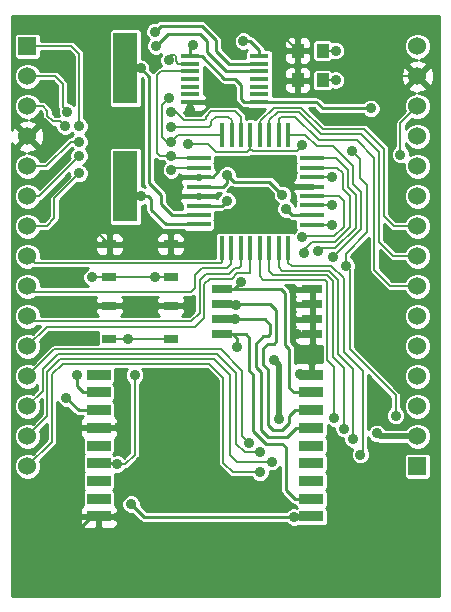
<source format=gtl>
G04 (created by PCBNEW (2013-07-07 BZR 4022)-stable) date 2015/10/26 20:25:39*
%MOIN*%
G04 Gerber Fmt 3.4, Leading zero omitted, Abs format*
%FSLAX34Y34*%
G01*
G70*
G90*
G04 APERTURE LIST*
%ADD10C,0.00590551*%
%ADD11R,0.0787402X0.23622*%
%ADD12R,0.0787X0.0177*%
%ADD13R,0.0177X0.0787*%
%ADD14R,0.06X0.06*%
%ADD15C,0.06*%
%ADD16R,0.0708661X0.0299213*%
%ADD17R,0.0393701X0.045*%
%ADD18R,0.0787402X0.0354331*%
%ADD19R,0.0472441X0.0275591*%
%ADD20C,0.177165*%
%ADD21R,0.0629921X0.0165*%
%ADD22C,0.035*%
%ADD23C,0.02*%
%ADD24C,0.01*%
%ADD25C,0.005*%
G04 APERTURE END LIST*
G54D10*
G54D11*
X21259Y-17677D03*
X21259Y-13740D03*
G54D12*
X23704Y-18943D03*
X23704Y-18628D03*
X23704Y-18313D03*
X23704Y-17998D03*
X23704Y-17683D03*
X23704Y-17368D03*
X23704Y-17053D03*
X23704Y-16738D03*
X27470Y-16740D03*
X27470Y-18950D03*
X27470Y-18630D03*
X27470Y-18310D03*
X27470Y-18000D03*
X27470Y-17680D03*
X27470Y-17370D03*
X27470Y-17050D03*
G54D13*
X24488Y-15950D03*
X24802Y-15950D03*
X25118Y-15950D03*
X25432Y-15950D03*
X25748Y-15950D03*
X26062Y-15950D03*
X26378Y-15950D03*
X26692Y-15950D03*
X24490Y-19730D03*
X24800Y-19730D03*
X25120Y-19730D03*
X25430Y-19730D03*
X25740Y-19730D03*
X26060Y-19730D03*
X26380Y-19730D03*
X26700Y-19730D03*
G54D14*
X31000Y-27000D03*
G54D15*
X31000Y-26000D03*
X31000Y-25000D03*
X31000Y-24000D03*
X31000Y-23000D03*
X31000Y-22000D03*
X31000Y-21000D03*
X31000Y-20000D03*
X31000Y-19000D03*
X31000Y-18000D03*
X31000Y-17000D03*
X31000Y-16000D03*
X31000Y-15000D03*
X31000Y-14000D03*
X31000Y-13000D03*
G54D14*
X18000Y-13000D03*
G54D15*
X18000Y-14000D03*
X18000Y-15000D03*
X18000Y-16000D03*
X18000Y-17000D03*
X18000Y-18000D03*
X18000Y-19000D03*
X18000Y-20000D03*
X18000Y-21000D03*
X18000Y-22000D03*
X18000Y-23000D03*
X18000Y-24000D03*
X18000Y-25000D03*
X18000Y-26000D03*
X18000Y-27000D03*
G54D16*
X24500Y-21100D03*
X24500Y-21600D03*
X24500Y-22100D03*
X24500Y-22600D03*
X27500Y-21100D03*
X27500Y-21600D03*
X27500Y-22100D03*
X27500Y-22600D03*
G54D17*
X27834Y-14133D03*
X27007Y-14133D03*
X27834Y-13149D03*
X27007Y-13149D03*
G54D18*
X20377Y-23954D03*
X20377Y-24545D03*
X20377Y-25135D03*
X20377Y-25726D03*
X20377Y-26316D03*
X20377Y-26907D03*
X20377Y-27498D03*
X20377Y-28088D03*
X20377Y-28679D03*
X27464Y-28679D03*
X27464Y-28088D03*
X27464Y-27498D03*
X27464Y-26907D03*
X27464Y-26316D03*
X27464Y-25726D03*
X27464Y-25135D03*
X27464Y-24545D03*
X27464Y-23954D03*
G54D19*
X20726Y-19598D03*
X22773Y-19598D03*
X20726Y-20701D03*
X22773Y-20701D03*
X22773Y-22751D03*
X20726Y-22751D03*
X22773Y-21648D03*
X20726Y-21648D03*
G54D20*
X30314Y-29921D03*
X18897Y-29921D03*
G54D21*
X23408Y-14100D03*
X23408Y-14356D03*
X23408Y-14612D03*
X23408Y-14868D03*
X25730Y-14868D03*
X23408Y-13332D03*
X23408Y-13588D03*
X23408Y-13844D03*
X25730Y-14612D03*
X25730Y-14356D03*
X25730Y-14100D03*
X25730Y-13844D03*
X25730Y-13588D03*
X25730Y-13332D03*
G54D22*
X29645Y-25905D03*
X21456Y-28267D03*
X25196Y-12834D03*
X26377Y-25433D03*
X26220Y-23464D03*
X26889Y-28700D03*
X29448Y-15078D03*
X23503Y-12952D03*
X24645Y-18149D03*
X26614Y-18425D03*
X24656Y-17294D03*
X26496Y-17952D03*
X27204Y-19881D03*
X27677Y-19842D03*
X28188Y-20039D03*
X28149Y-18307D03*
X28149Y-17362D03*
X27165Y-19370D03*
X19291Y-24724D03*
X22244Y-12519D03*
X22283Y-12992D03*
X19645Y-23976D03*
X19330Y-15196D03*
X22795Y-15196D03*
X22795Y-15708D03*
X19724Y-15669D03*
X25748Y-26535D03*
X28543Y-25748D03*
X28858Y-26102D03*
X26141Y-26850D03*
X25748Y-27204D03*
X29094Y-26614D03*
X28818Y-16496D03*
X28149Y-18976D03*
X28622Y-20314D03*
X30275Y-25314D03*
X22795Y-16181D03*
X19724Y-16181D03*
X22716Y-13464D03*
X22716Y-14724D03*
X22795Y-16653D03*
X19724Y-16653D03*
X22795Y-17125D03*
X19724Y-17244D03*
X28228Y-25393D03*
X25393Y-26220D03*
X27165Y-16299D03*
X30433Y-16614D03*
X23346Y-16259D03*
X22244Y-20708D03*
X19251Y-15669D03*
X20157Y-20708D03*
X29133Y-20039D03*
X29133Y-30708D03*
X27952Y-30708D03*
X26771Y-30708D03*
X25590Y-30708D03*
X24409Y-30708D03*
X23228Y-30708D03*
X22047Y-30708D03*
X20866Y-30708D03*
X20393Y-15433D03*
X20393Y-16968D03*
X20393Y-14409D03*
X28149Y-15433D03*
X28149Y-14724D03*
X25196Y-18937D03*
X25472Y-17125D03*
X26417Y-12795D03*
X18897Y-19291D03*
X28464Y-28031D03*
X23543Y-19606D03*
X23425Y-21535D03*
X27086Y-23937D03*
X23425Y-15118D03*
X26968Y-22598D03*
X21062Y-25708D03*
X21023Y-28700D03*
X26600Y-16796D03*
X21338Y-22755D03*
X21574Y-23976D03*
X20984Y-26929D03*
X28267Y-14133D03*
X28267Y-13149D03*
X24960Y-21614D03*
X24921Y-22086D03*
X25000Y-23031D03*
X21771Y-13740D03*
X21771Y-17992D03*
X25118Y-20866D03*
G54D23*
X29740Y-26000D02*
X31000Y-26000D01*
X29645Y-25905D02*
X29740Y-26000D01*
G54D24*
X26889Y-28700D02*
X21889Y-28700D01*
X21889Y-28700D02*
X21456Y-28267D01*
X25730Y-13332D02*
X25730Y-13132D01*
X25433Y-12834D02*
X25196Y-12834D01*
X25730Y-13132D02*
X25433Y-12834D01*
G54D23*
X26377Y-23622D02*
X26220Y-23464D01*
X26377Y-23622D02*
X26377Y-25433D01*
X27442Y-28700D02*
X27464Y-28679D01*
X26889Y-28700D02*
X27442Y-28700D01*
G54D24*
X27623Y-14868D02*
X27834Y-15078D01*
X27834Y-15078D02*
X29448Y-15078D01*
X27623Y-14868D02*
X25730Y-14868D01*
X23408Y-13332D02*
X23804Y-13332D01*
X23804Y-13332D02*
X24566Y-14094D01*
X24566Y-14094D02*
X24921Y-14094D01*
X24921Y-14094D02*
X25118Y-14291D01*
X25118Y-14291D02*
X25118Y-14763D01*
X25118Y-14763D02*
X25222Y-14868D01*
X25222Y-14868D02*
X25730Y-14868D01*
X23408Y-13332D02*
X23408Y-13048D01*
X23408Y-13048D02*
X23503Y-12952D01*
X23704Y-17683D02*
X24521Y-17683D01*
X24656Y-17548D02*
X24656Y-17294D01*
X24521Y-17683D02*
X24656Y-17548D01*
X23704Y-18313D02*
X24482Y-18313D01*
X24482Y-18313D02*
X24645Y-18149D01*
X26614Y-18425D02*
X26818Y-18630D01*
X26818Y-18630D02*
X27470Y-18630D01*
X26062Y-17519D02*
X26496Y-17952D01*
X24881Y-17519D02*
X26062Y-17519D01*
X24881Y-17519D02*
X24656Y-17294D01*
G54D25*
X28243Y-19527D02*
X28740Y-19031D01*
X28740Y-19031D02*
X28740Y-17992D01*
X28740Y-17992D02*
X28503Y-17755D01*
X28503Y-17755D02*
X28503Y-17244D01*
X28503Y-17244D02*
X28309Y-17050D01*
X28309Y-17050D02*
X27470Y-17050D01*
X27480Y-19527D02*
X28243Y-19527D01*
X27283Y-19724D02*
X27480Y-19527D01*
X27204Y-19724D02*
X27283Y-19724D01*
X27204Y-19881D02*
X27204Y-19724D01*
X28275Y-16740D02*
X28070Y-16740D01*
X28937Y-19046D02*
X28258Y-19724D01*
X28937Y-17952D02*
X28937Y-19046D01*
X28669Y-17684D02*
X28937Y-17952D01*
X28669Y-17133D02*
X28669Y-17684D01*
X28275Y-16740D02*
X28669Y-17133D01*
X27795Y-19724D02*
X28258Y-19724D01*
X27677Y-19842D02*
X27795Y-19724D01*
X28070Y-16740D02*
X27470Y-16740D01*
X28188Y-16338D02*
X27637Y-16338D01*
X28858Y-17007D02*
X28188Y-16338D01*
X29133Y-19094D02*
X29133Y-17874D01*
X29133Y-17874D02*
X28858Y-17598D01*
X28858Y-17598D02*
X28858Y-17007D01*
X27249Y-15950D02*
X26692Y-15950D01*
X27637Y-16338D02*
X27249Y-15950D01*
X28188Y-20039D02*
X29133Y-19094D01*
X26850Y-15354D02*
X26929Y-15354D01*
X27716Y-16141D02*
X26929Y-15354D01*
X29566Y-16732D02*
X29566Y-20472D01*
X29566Y-16732D02*
X28976Y-16141D01*
X28976Y-16141D02*
X27716Y-16141D01*
X30094Y-21000D02*
X31000Y-21000D01*
X29566Y-20472D02*
X30094Y-21000D01*
X26850Y-15354D02*
X26456Y-15354D01*
X26456Y-15354D02*
X26378Y-15433D01*
X26378Y-15950D02*
X26378Y-15433D01*
X27795Y-15944D02*
X27047Y-15196D01*
X27047Y-15196D02*
X26338Y-15196D01*
X26338Y-15196D02*
X26062Y-15473D01*
X26062Y-15950D02*
X26062Y-15473D01*
X30196Y-20000D02*
X31000Y-20000D01*
X29133Y-15944D02*
X27795Y-15944D01*
X29724Y-16535D02*
X29133Y-15944D01*
X29724Y-19527D02*
X29724Y-16535D01*
X30196Y-20000D02*
X29724Y-19527D01*
X27834Y-15755D02*
X27125Y-15046D01*
X25748Y-15511D02*
X26212Y-15046D01*
X26212Y-15046D02*
X27125Y-15046D01*
X25748Y-15950D02*
X25748Y-15511D01*
X27834Y-15755D02*
X27952Y-15755D01*
X30220Y-19000D02*
X31000Y-19000D01*
X27952Y-15755D02*
X29220Y-15755D01*
X29220Y-15755D02*
X29881Y-16417D01*
X29881Y-16417D02*
X29881Y-18661D01*
X29881Y-18661D02*
X30220Y-19000D01*
X28146Y-18310D02*
X27470Y-18310D01*
X28149Y-18307D02*
X28146Y-18310D01*
X28141Y-17370D02*
X27470Y-17370D01*
X28149Y-17362D02*
X28141Y-17370D01*
X27477Y-17992D02*
X27470Y-18000D01*
X28543Y-18149D02*
X28385Y-17992D01*
X28543Y-19015D02*
X28543Y-18149D01*
X28228Y-19330D02*
X28543Y-19015D01*
X28385Y-17992D02*
X27477Y-17992D01*
X27204Y-19330D02*
X28228Y-19330D01*
X27165Y-19370D02*
X27204Y-19330D01*
G54D24*
X20377Y-25135D02*
X19702Y-25135D01*
X19702Y-25135D02*
X19291Y-24724D01*
X24729Y-13588D02*
X24291Y-13149D01*
X24291Y-13149D02*
X24291Y-12795D01*
X24291Y-12795D02*
X23818Y-12322D01*
X23818Y-12322D02*
X22440Y-12322D01*
X22440Y-12322D02*
X22244Y-12519D01*
X24729Y-13588D02*
X25730Y-13588D01*
X20377Y-24545D02*
X19860Y-24545D01*
X24631Y-13844D02*
X25730Y-13844D01*
X23976Y-13188D02*
X24631Y-13844D01*
X23976Y-12834D02*
X23976Y-13188D01*
X23740Y-12598D02*
X23976Y-12834D01*
X22677Y-12598D02*
X23740Y-12598D01*
X22283Y-12992D02*
X22677Y-12598D01*
X19645Y-24330D02*
X19645Y-23976D01*
X19860Y-24545D02*
X19645Y-24330D01*
G54D25*
X19173Y-15039D02*
X19173Y-14251D01*
X19173Y-14251D02*
X18921Y-14000D01*
X18000Y-14000D02*
X18921Y-14000D01*
X25118Y-15354D02*
X25118Y-15950D01*
X22952Y-15196D02*
X22795Y-15196D01*
X23228Y-15472D02*
X22952Y-15196D01*
X23897Y-15472D02*
X23228Y-15472D01*
X23937Y-15433D02*
X23897Y-15472D01*
X23937Y-15354D02*
X23937Y-15433D01*
X24133Y-15157D02*
X23937Y-15354D01*
X24921Y-15157D02*
X24133Y-15157D01*
X25118Y-15354D02*
X24921Y-15157D01*
X19330Y-15196D02*
X19173Y-15039D01*
X24802Y-15950D02*
X24802Y-15471D01*
X24055Y-15708D02*
X22795Y-15708D01*
X24133Y-15629D02*
X24055Y-15708D01*
X24133Y-15511D02*
X24133Y-15629D01*
X24291Y-15354D02*
X24133Y-15511D01*
X24685Y-15354D02*
X24291Y-15354D01*
X24802Y-15471D02*
X24685Y-15354D01*
X19456Y-13000D02*
X18000Y-13000D01*
X19724Y-13267D02*
X19456Y-13000D01*
X19724Y-15669D02*
X19724Y-13267D01*
X24330Y-23267D02*
X19015Y-23267D01*
X25236Y-26535D02*
X24960Y-26259D01*
X24960Y-26259D02*
X24960Y-23897D01*
X28181Y-20843D02*
X28181Y-23378D01*
X26060Y-20508D02*
X26188Y-20637D01*
X26188Y-20637D02*
X27975Y-20637D01*
X27975Y-20637D02*
X28181Y-20843D01*
X26060Y-19730D02*
X26060Y-20508D01*
X28543Y-23740D02*
X28543Y-25748D01*
X28181Y-23378D02*
X28543Y-23740D01*
X25748Y-26535D02*
X25236Y-26535D01*
X24960Y-23897D02*
X24330Y-23267D01*
X18503Y-24496D02*
X18000Y-25000D01*
X18503Y-23779D02*
X18503Y-24496D01*
X19015Y-23267D02*
X18503Y-23779D01*
X24212Y-23425D02*
X19094Y-23425D01*
X24763Y-23976D02*
X24212Y-23425D01*
X26141Y-26850D02*
X25000Y-26850D01*
X28346Y-23267D02*
X28858Y-23779D01*
X28858Y-23779D02*
X28858Y-26102D01*
X26380Y-19730D02*
X26380Y-20371D01*
X28346Y-20787D02*
X28346Y-23267D01*
X28046Y-20487D02*
X28346Y-20787D01*
X26496Y-20487D02*
X28046Y-20487D01*
X26380Y-20371D02*
X26496Y-20487D01*
X25000Y-26850D02*
X24763Y-26614D01*
X24763Y-26614D02*
X24763Y-23976D01*
X18661Y-25338D02*
X18000Y-26000D01*
X18661Y-23858D02*
X18661Y-25338D01*
X19094Y-23425D02*
X18661Y-23858D01*
X24055Y-23582D02*
X19173Y-23582D01*
X25748Y-27204D02*
X24842Y-27204D01*
X24842Y-27204D02*
X24527Y-26889D01*
X24527Y-26889D02*
X24527Y-24055D01*
X24527Y-24055D02*
X24055Y-23582D01*
X29173Y-26535D02*
X29094Y-26614D01*
X28535Y-20740D02*
X28535Y-23181D01*
X26700Y-20226D02*
X26811Y-20337D01*
X26811Y-20337D02*
X28132Y-20337D01*
X28132Y-20337D02*
X28535Y-20740D01*
X26700Y-19730D02*
X26700Y-20226D01*
X29173Y-23818D02*
X29173Y-26535D01*
X28535Y-23181D02*
X29173Y-23818D01*
X18818Y-26181D02*
X18000Y-27000D01*
X18818Y-23937D02*
X18818Y-26181D01*
X19173Y-23582D02*
X18818Y-23937D01*
X29094Y-16771D02*
X28818Y-16496D01*
X28622Y-19921D02*
X29330Y-19212D01*
X29330Y-19212D02*
X29330Y-17637D01*
X29330Y-17637D02*
X29094Y-17401D01*
X29094Y-17401D02*
X29094Y-16771D01*
X28622Y-20314D02*
X28622Y-19921D01*
X28123Y-18950D02*
X28149Y-18976D01*
X27470Y-18950D02*
X28123Y-18950D01*
X30275Y-24645D02*
X28740Y-23110D01*
X28740Y-23110D02*
X28740Y-20433D01*
X28740Y-20433D02*
X28622Y-20314D01*
X30275Y-25314D02*
X30275Y-24645D01*
X19724Y-16181D02*
X19448Y-16181D01*
X19448Y-16181D02*
X18629Y-17000D01*
X18629Y-17000D02*
X18000Y-17000D01*
X23031Y-13582D02*
X23403Y-13582D01*
X22716Y-13385D02*
X22795Y-13307D01*
X22795Y-13307D02*
X22913Y-13307D01*
X22913Y-13307D02*
X22952Y-13346D01*
X22952Y-13346D02*
X22952Y-13503D01*
X22952Y-13503D02*
X23031Y-13582D01*
X22795Y-16181D02*
X22637Y-16181D01*
X22480Y-14960D02*
X22716Y-14724D01*
X22480Y-16023D02*
X22480Y-14960D01*
X22637Y-16181D02*
X22480Y-16023D01*
X22716Y-13464D02*
X22716Y-13385D01*
X23403Y-13582D02*
X23408Y-13588D01*
X24488Y-15950D02*
X23026Y-15950D01*
X23026Y-15950D02*
X22795Y-16181D01*
X19724Y-16653D02*
X18377Y-18000D01*
X18377Y-18000D02*
X18000Y-18000D01*
X22795Y-16653D02*
X22401Y-16653D01*
X22455Y-13844D02*
X23408Y-13844D01*
X22322Y-13976D02*
X22455Y-13844D01*
X22322Y-16574D02*
X22322Y-13976D01*
X22401Y-16653D02*
X22322Y-16574D01*
X23704Y-16738D02*
X22879Y-16738D01*
X22879Y-16738D02*
X22795Y-16653D01*
X22868Y-17053D02*
X22795Y-17125D01*
X19724Y-17244D02*
X18897Y-18070D01*
X18897Y-18070D02*
X18897Y-18740D01*
X18897Y-18740D02*
X18637Y-19000D01*
X18000Y-19000D02*
X18637Y-19000D01*
X22868Y-17053D02*
X23704Y-17053D01*
X18000Y-19000D02*
X18015Y-19000D01*
X24490Y-19730D02*
X24490Y-20195D01*
X24448Y-20236D02*
X18236Y-20236D01*
X24490Y-20195D02*
X24448Y-20236D01*
X18236Y-20236D02*
X18000Y-20000D01*
X18000Y-21000D02*
X18181Y-21181D01*
X23818Y-20393D02*
X23582Y-20629D01*
X23582Y-20629D02*
X23582Y-21062D01*
X23582Y-21062D02*
X23464Y-21181D01*
X23464Y-21181D02*
X18181Y-21181D01*
X24800Y-20246D02*
X24800Y-19730D01*
X24653Y-20393D02*
X23818Y-20393D01*
X24800Y-20246D02*
X24653Y-20393D01*
X18000Y-22000D02*
X18165Y-22165D01*
X23740Y-20787D02*
X23740Y-21889D01*
X23740Y-21889D02*
X23464Y-22165D01*
X25120Y-20320D02*
X25039Y-20401D01*
X25039Y-20401D02*
X24913Y-20401D01*
X24913Y-20401D02*
X24724Y-20590D01*
X24724Y-20590D02*
X23937Y-20590D01*
X23937Y-20590D02*
X23740Y-20787D01*
X25120Y-20320D02*
X25120Y-19730D01*
X18165Y-22165D02*
X23464Y-22165D01*
X23582Y-22362D02*
X18637Y-22362D01*
X25430Y-20554D02*
X25426Y-20551D01*
X25426Y-20551D02*
X25000Y-20551D01*
X25000Y-20551D02*
X24803Y-20748D01*
X24803Y-20748D02*
X24094Y-20748D01*
X24094Y-20748D02*
X23897Y-20944D01*
X25430Y-19730D02*
X25430Y-20554D01*
X23582Y-22362D02*
X23897Y-22047D01*
X23897Y-22047D02*
X23897Y-20944D01*
X18637Y-22362D02*
X18000Y-23000D01*
X24448Y-23110D02*
X18889Y-23110D01*
X25157Y-23818D02*
X24448Y-23110D01*
X25157Y-23897D02*
X25157Y-23818D01*
X18889Y-23110D02*
X18000Y-24000D01*
X27992Y-23464D02*
X28228Y-23700D01*
X28228Y-23700D02*
X28228Y-25393D01*
X25866Y-20787D02*
X27913Y-20787D01*
X25740Y-20661D02*
X25866Y-20787D01*
X25740Y-19730D02*
X25740Y-20661D01*
X27992Y-20866D02*
X27992Y-23464D01*
X27913Y-20787D02*
X27992Y-20866D01*
X25157Y-25984D02*
X25157Y-23897D01*
X25393Y-26220D02*
X25157Y-25984D01*
X25509Y-16496D02*
X26968Y-16496D01*
X26968Y-16496D02*
X27165Y-16299D01*
X30433Y-16614D02*
X30433Y-15566D01*
X31000Y-15000D02*
X30433Y-15566D01*
X25509Y-16496D02*
X25432Y-16418D01*
X24015Y-16259D02*
X23346Y-16259D01*
X25432Y-16418D02*
X25314Y-16535D01*
X25314Y-16535D02*
X24291Y-16535D01*
X24291Y-16535D02*
X24015Y-16259D01*
X25432Y-15950D02*
X25432Y-16418D01*
X22244Y-20708D02*
X22244Y-20701D01*
X20726Y-20701D02*
X20718Y-20708D01*
X18503Y-15000D02*
X18000Y-15000D01*
X18661Y-15157D02*
X18503Y-15000D01*
X18661Y-15314D02*
X18661Y-15157D01*
X18858Y-15511D02*
X18661Y-15314D01*
X19094Y-15511D02*
X18858Y-15511D01*
X19251Y-15669D02*
X19094Y-15511D01*
X20718Y-20708D02*
X20157Y-20708D01*
X20726Y-20701D02*
X22244Y-20701D01*
X22244Y-20701D02*
X22773Y-20701D01*
G54D24*
X18897Y-29921D02*
X19685Y-30708D01*
X29527Y-30708D02*
X30314Y-29921D01*
X29133Y-30708D02*
X29527Y-30708D01*
X26771Y-30708D02*
X27952Y-30708D01*
X24409Y-30708D02*
X25590Y-30708D01*
X22047Y-30708D02*
X23228Y-30708D01*
X19685Y-30708D02*
X20866Y-30708D01*
G54D25*
X20393Y-14409D02*
X20393Y-15354D01*
X20393Y-15433D02*
X20393Y-16417D01*
X20393Y-16417D02*
X20393Y-16968D01*
X20393Y-19266D02*
X20393Y-16968D01*
X20393Y-19266D02*
X20726Y-19598D01*
X20393Y-15354D02*
X20393Y-15433D01*
G54D24*
X30393Y-14606D02*
X28267Y-14606D01*
X30039Y-14960D02*
X30039Y-15354D01*
X30039Y-15354D02*
X29960Y-15433D01*
X29960Y-15433D02*
X28149Y-15433D01*
X30393Y-14606D02*
X30039Y-14960D01*
X31000Y-14000D02*
X30393Y-14606D01*
X28267Y-14606D02*
X28149Y-14724D01*
G54D25*
X25039Y-16771D02*
X25039Y-16732D01*
X25078Y-16732D02*
X25039Y-16771D01*
X25472Y-17125D02*
X25078Y-16732D01*
X31000Y-14000D02*
X29511Y-14000D01*
X29133Y-13622D02*
X27007Y-13622D01*
X29511Y-14000D02*
X29133Y-13622D01*
X27007Y-13149D02*
X26653Y-12795D01*
X26653Y-12795D02*
X26417Y-12795D01*
X27007Y-13149D02*
X27007Y-13622D01*
X27007Y-13622D02*
X27007Y-14133D01*
G54D24*
X19205Y-19598D02*
X20726Y-19598D01*
X18897Y-19291D02*
X19205Y-19598D01*
X30314Y-29921D02*
X30314Y-28976D01*
X30314Y-28976D02*
X29803Y-28464D01*
X29803Y-28464D02*
X28897Y-28464D01*
X28897Y-28464D02*
X28464Y-28031D01*
X20377Y-28679D02*
X20139Y-28679D01*
X20139Y-28679D02*
X18897Y-29921D01*
X22773Y-19598D02*
X23535Y-19598D01*
X23535Y-19598D02*
X23543Y-19606D01*
X20726Y-19598D02*
X22773Y-19598D01*
X22773Y-21648D02*
X23311Y-21648D01*
X23311Y-21648D02*
X23425Y-21535D01*
X20726Y-21648D02*
X22773Y-21648D01*
G54D25*
X23704Y-17998D02*
X23155Y-17998D01*
X23222Y-17368D02*
X23704Y-17368D01*
X23110Y-17480D02*
X23222Y-17368D01*
X23110Y-17952D02*
X23110Y-17480D01*
X23155Y-17998D02*
X23110Y-17952D01*
G54D24*
X27464Y-23954D02*
X27104Y-23954D01*
X27104Y-23954D02*
X27086Y-23937D01*
X23408Y-14868D02*
X23408Y-15101D01*
X23408Y-15101D02*
X23425Y-15118D01*
X27500Y-22600D02*
X26970Y-22600D01*
X26970Y-22600D02*
X26968Y-22598D01*
X27500Y-22100D02*
X27500Y-22600D01*
X27500Y-21600D02*
X27500Y-22100D01*
X27500Y-21100D02*
X27500Y-21600D01*
X21045Y-25726D02*
X20377Y-25726D01*
X21062Y-25708D02*
X21045Y-25726D01*
X20377Y-28679D02*
X21001Y-28679D01*
X21001Y-28679D02*
X21023Y-28700D01*
X24645Y-16732D02*
X25039Y-16732D01*
X24167Y-17368D02*
X24330Y-17204D01*
X24330Y-17204D02*
X24330Y-17047D01*
X24330Y-17047D02*
X24645Y-16732D01*
X23704Y-17368D02*
X24167Y-17368D01*
X25039Y-16732D02*
X26535Y-16732D01*
X26535Y-16732D02*
X26600Y-16796D01*
X26735Y-17680D02*
X27470Y-17680D01*
X26600Y-16796D02*
X26600Y-17544D01*
X26600Y-17544D02*
X26735Y-17680D01*
G54D25*
X20984Y-26929D02*
X21259Y-26929D01*
X21338Y-22755D02*
X21338Y-22751D01*
X21574Y-26614D02*
X21574Y-23976D01*
X21259Y-26929D02*
X21574Y-26614D01*
X22773Y-22751D02*
X21338Y-22751D01*
X21338Y-22751D02*
X20726Y-22751D01*
G54D24*
X20962Y-26907D02*
X20377Y-26907D01*
X20984Y-26929D02*
X20962Y-26907D01*
G54D25*
X28267Y-14133D02*
X27834Y-14133D01*
X28267Y-13149D02*
X27834Y-13149D01*
G54D24*
X24946Y-21600D02*
X24500Y-21600D01*
X24960Y-21614D02*
X24946Y-21600D01*
X27464Y-25135D02*
X26911Y-25135D01*
X26088Y-21600D02*
X24500Y-21600D01*
X26299Y-21811D02*
X26088Y-21600D01*
X26299Y-22831D02*
X26299Y-21811D01*
X26217Y-22913D02*
X26299Y-22831D01*
X26023Y-22913D02*
X26217Y-22913D01*
X25866Y-23070D02*
X26023Y-22913D01*
X25866Y-23622D02*
X25866Y-23070D01*
X26023Y-23779D02*
X25866Y-23622D01*
X26023Y-25629D02*
X26023Y-23779D01*
X26181Y-25787D02*
X26023Y-25629D01*
X26496Y-25787D02*
X26181Y-25787D01*
X26732Y-25551D02*
X26496Y-25787D01*
X26732Y-25314D02*
X26732Y-25551D01*
X26911Y-25135D02*
X26732Y-25314D01*
X24513Y-22086D02*
X24500Y-22100D01*
X24921Y-22086D02*
X24513Y-22086D01*
X27464Y-25726D02*
X26950Y-25726D01*
X25918Y-22100D02*
X24500Y-22100D01*
X26099Y-22280D02*
X25918Y-22100D01*
X26099Y-22598D02*
X26099Y-22280D01*
X26020Y-22677D02*
X26099Y-22598D01*
X25866Y-22677D02*
X26020Y-22677D01*
X25629Y-22913D02*
X25866Y-22677D01*
X25629Y-23700D02*
X25629Y-22913D01*
X25787Y-23858D02*
X25629Y-23700D01*
X25787Y-25787D02*
X25787Y-23858D01*
X26023Y-26023D02*
X25787Y-25787D01*
X26653Y-26023D02*
X26023Y-26023D01*
X26950Y-25726D02*
X26653Y-26023D01*
X24844Y-22600D02*
X24500Y-22600D01*
X25000Y-22755D02*
X24844Y-22600D01*
X25000Y-23031D02*
X25000Y-22755D01*
X27464Y-28088D02*
X26907Y-28088D01*
X25277Y-22600D02*
X24500Y-22600D01*
X25393Y-22716D02*
X25277Y-22600D01*
X25393Y-23818D02*
X25393Y-22716D01*
X25511Y-23937D02*
X25393Y-23818D01*
X25511Y-25826D02*
X25511Y-23937D01*
X25944Y-26259D02*
X25511Y-25826D01*
X26496Y-26259D02*
X25944Y-26259D01*
X26614Y-26377D02*
X26496Y-26259D01*
X26614Y-27795D02*
X26614Y-26377D01*
X26907Y-28088D02*
X26614Y-27795D01*
X22440Y-18267D02*
X22440Y-17952D01*
X22801Y-18628D02*
X22440Y-18267D01*
X23704Y-18628D02*
X22801Y-18628D01*
X22047Y-14015D02*
X21771Y-13740D01*
X22047Y-17559D02*
X22047Y-14015D01*
X22440Y-17952D02*
X22047Y-17559D01*
X21771Y-13740D02*
X21259Y-13740D01*
X21771Y-17992D02*
X21732Y-17992D01*
X23704Y-18943D02*
X22604Y-18943D01*
X21574Y-17992D02*
X21259Y-17677D01*
X22007Y-17992D02*
X21732Y-17992D01*
X21732Y-17992D02*
X21574Y-17992D01*
X22125Y-18110D02*
X22007Y-17992D01*
X22125Y-18464D02*
X22125Y-18110D01*
X22604Y-18943D02*
X22125Y-18464D01*
G54D25*
X21535Y-17677D02*
X21259Y-17677D01*
G54D24*
X25118Y-20866D02*
X24884Y-21100D01*
X27464Y-24545D02*
X26868Y-24545D01*
X26454Y-21100D02*
X24884Y-21100D01*
X24884Y-21100D02*
X24500Y-21100D01*
X26574Y-21220D02*
X26454Y-21100D01*
X26574Y-22952D02*
X26574Y-21220D01*
X26732Y-23110D02*
X26574Y-22952D01*
X26732Y-24409D02*
X26732Y-23110D01*
X26868Y-24545D02*
X26732Y-24409D01*
G54D10*
G36*
X24452Y-17883D02*
X24370Y-17965D01*
X24322Y-18079D01*
X24285Y-18042D01*
X23754Y-18042D01*
X23754Y-18055D01*
X23654Y-18055D01*
X23654Y-18042D01*
X23123Y-18042D01*
X23060Y-18104D01*
X23060Y-18136D01*
X23098Y-18228D01*
X23160Y-18289D01*
X23160Y-18428D01*
X22884Y-18428D01*
X22640Y-18184D01*
X22640Y-17952D01*
X22625Y-17876D01*
X22625Y-17876D01*
X22611Y-17854D01*
X22582Y-17811D01*
X22582Y-17811D01*
X22247Y-17476D01*
X22247Y-16746D01*
X22277Y-16777D01*
X22277Y-16777D01*
X22334Y-16815D01*
X22401Y-16828D01*
X22401Y-16828D01*
X22401Y-16828D01*
X22515Y-16828D01*
X22519Y-16837D01*
X22571Y-16889D01*
X22519Y-16941D01*
X22470Y-17061D01*
X22470Y-17190D01*
X22519Y-17309D01*
X22610Y-17401D01*
X22730Y-17450D01*
X22859Y-17451D01*
X22979Y-17401D01*
X23060Y-17320D01*
X23060Y-17261D01*
X23060Y-17261D01*
X23060Y-17320D01*
X23070Y-17310D01*
X23082Y-17282D01*
X23123Y-17323D01*
X23654Y-17323D01*
X23654Y-17310D01*
X23754Y-17310D01*
X23754Y-17323D01*
X23761Y-17323D01*
X23761Y-17412D01*
X23754Y-17412D01*
X23754Y-17425D01*
X23654Y-17425D01*
X23654Y-17412D01*
X23123Y-17412D01*
X23060Y-17474D01*
X23060Y-17506D01*
X23098Y-17598D01*
X23160Y-17659D01*
X23160Y-17706D01*
X23098Y-17767D01*
X23060Y-17859D01*
X23060Y-17891D01*
X23123Y-17953D01*
X23654Y-17953D01*
X23654Y-17940D01*
X23754Y-17940D01*
X23754Y-17953D01*
X24285Y-17953D01*
X24347Y-17891D01*
X24347Y-17883D01*
X24452Y-17883D01*
X24452Y-17883D01*
G37*
G54D24*
X24452Y-17883D02*
X24370Y-17965D01*
X24322Y-18079D01*
X24285Y-18042D01*
X23754Y-18042D01*
X23754Y-18055D01*
X23654Y-18055D01*
X23654Y-18042D01*
X23123Y-18042D01*
X23060Y-18104D01*
X23060Y-18136D01*
X23098Y-18228D01*
X23160Y-18289D01*
X23160Y-18428D01*
X22884Y-18428D01*
X22640Y-18184D01*
X22640Y-17952D01*
X22625Y-17876D01*
X22625Y-17876D01*
X22611Y-17854D01*
X22582Y-17811D01*
X22582Y-17811D01*
X22247Y-17476D01*
X22247Y-16746D01*
X22277Y-16777D01*
X22277Y-16777D01*
X22334Y-16815D01*
X22401Y-16828D01*
X22401Y-16828D01*
X22401Y-16828D01*
X22515Y-16828D01*
X22519Y-16837D01*
X22571Y-16889D01*
X22519Y-16941D01*
X22470Y-17061D01*
X22470Y-17190D01*
X22519Y-17309D01*
X22610Y-17401D01*
X22730Y-17450D01*
X22859Y-17451D01*
X22979Y-17401D01*
X23060Y-17320D01*
X23060Y-17261D01*
X23060Y-17261D01*
X23060Y-17320D01*
X23070Y-17310D01*
X23082Y-17282D01*
X23123Y-17323D01*
X23654Y-17323D01*
X23654Y-17310D01*
X23754Y-17310D01*
X23754Y-17323D01*
X23761Y-17323D01*
X23761Y-17412D01*
X23754Y-17412D01*
X23754Y-17425D01*
X23654Y-17425D01*
X23654Y-17412D01*
X23123Y-17412D01*
X23060Y-17474D01*
X23060Y-17506D01*
X23098Y-17598D01*
X23160Y-17659D01*
X23160Y-17706D01*
X23098Y-17767D01*
X23060Y-17859D01*
X23060Y-17891D01*
X23123Y-17953D01*
X23654Y-17953D01*
X23654Y-17940D01*
X23754Y-17940D01*
X23754Y-17953D01*
X24285Y-17953D01*
X24347Y-17891D01*
X24347Y-17883D01*
X24452Y-17883D01*
G54D10*
G36*
X25911Y-15100D02*
X25624Y-15388D01*
X25605Y-15416D01*
X25589Y-15422D01*
X25550Y-15406D01*
X25490Y-15406D01*
X25313Y-15406D01*
X25293Y-15415D01*
X25293Y-15354D01*
X25292Y-15354D01*
X25279Y-15287D01*
X25241Y-15230D01*
X25241Y-15230D01*
X25045Y-15033D01*
X24988Y-14995D01*
X24921Y-14982D01*
X24133Y-14982D01*
X24066Y-14995D01*
X24010Y-15033D01*
X24010Y-15033D01*
X24010Y-15033D01*
X23973Y-15070D01*
X23973Y-15000D01*
X23973Y-14971D01*
X23911Y-14909D01*
X23458Y-14909D01*
X23458Y-15138D01*
X23521Y-15200D01*
X23674Y-15200D01*
X23773Y-15200D01*
X23865Y-15162D01*
X23935Y-15091D01*
X23973Y-15000D01*
X23973Y-15070D01*
X23813Y-15230D01*
X23775Y-15287D01*
X23773Y-15297D01*
X23300Y-15297D01*
X23203Y-15200D01*
X23296Y-15200D01*
X23358Y-15138D01*
X23358Y-14909D01*
X23350Y-14909D01*
X23350Y-14844D01*
X23753Y-14844D01*
X23796Y-14826D01*
X23911Y-14826D01*
X23973Y-14764D01*
X23973Y-14735D01*
X23935Y-14644D01*
X23873Y-14581D01*
X23873Y-14499D01*
X23867Y-14484D01*
X23873Y-14468D01*
X23873Y-14408D01*
X23873Y-14243D01*
X23867Y-14228D01*
X23873Y-14212D01*
X23873Y-14152D01*
X23873Y-13987D01*
X23867Y-13972D01*
X23873Y-13956D01*
X23873Y-13896D01*
X23873Y-13731D01*
X23867Y-13716D01*
X23873Y-13700D01*
X23873Y-13683D01*
X24425Y-14235D01*
X24425Y-14235D01*
X24468Y-14264D01*
X24490Y-14279D01*
X24490Y-14279D01*
X24566Y-14294D01*
X24838Y-14294D01*
X24918Y-14374D01*
X24918Y-14763D01*
X24933Y-14840D01*
X24976Y-14905D01*
X25080Y-15009D01*
X25080Y-15009D01*
X25124Y-15038D01*
X25145Y-15052D01*
X25145Y-15052D01*
X25222Y-15068D01*
X25321Y-15068D01*
X25330Y-15077D01*
X25385Y-15100D01*
X25445Y-15100D01*
X25911Y-15100D01*
X25911Y-15100D01*
G37*
G54D24*
X25911Y-15100D02*
X25624Y-15388D01*
X25605Y-15416D01*
X25589Y-15422D01*
X25550Y-15406D01*
X25490Y-15406D01*
X25313Y-15406D01*
X25293Y-15415D01*
X25293Y-15354D01*
X25292Y-15354D01*
X25279Y-15287D01*
X25241Y-15230D01*
X25241Y-15230D01*
X25045Y-15033D01*
X24988Y-14995D01*
X24921Y-14982D01*
X24133Y-14982D01*
X24066Y-14995D01*
X24010Y-15033D01*
X24010Y-15033D01*
X24010Y-15033D01*
X23973Y-15070D01*
X23973Y-15000D01*
X23973Y-14971D01*
X23911Y-14909D01*
X23458Y-14909D01*
X23458Y-15138D01*
X23521Y-15200D01*
X23674Y-15200D01*
X23773Y-15200D01*
X23865Y-15162D01*
X23935Y-15091D01*
X23973Y-15000D01*
X23973Y-15070D01*
X23813Y-15230D01*
X23775Y-15287D01*
X23773Y-15297D01*
X23300Y-15297D01*
X23203Y-15200D01*
X23296Y-15200D01*
X23358Y-15138D01*
X23358Y-14909D01*
X23350Y-14909D01*
X23350Y-14844D01*
X23753Y-14844D01*
X23796Y-14826D01*
X23911Y-14826D01*
X23973Y-14764D01*
X23973Y-14735D01*
X23935Y-14644D01*
X23873Y-14581D01*
X23873Y-14499D01*
X23867Y-14484D01*
X23873Y-14468D01*
X23873Y-14408D01*
X23873Y-14243D01*
X23867Y-14228D01*
X23873Y-14212D01*
X23873Y-14152D01*
X23873Y-13987D01*
X23867Y-13972D01*
X23873Y-13956D01*
X23873Y-13896D01*
X23873Y-13731D01*
X23867Y-13716D01*
X23873Y-13700D01*
X23873Y-13683D01*
X24425Y-14235D01*
X24425Y-14235D01*
X24468Y-14264D01*
X24490Y-14279D01*
X24490Y-14279D01*
X24566Y-14294D01*
X24838Y-14294D01*
X24918Y-14374D01*
X24918Y-14763D01*
X24933Y-14840D01*
X24976Y-14905D01*
X25080Y-15009D01*
X25080Y-15009D01*
X25124Y-15038D01*
X25145Y-15052D01*
X25145Y-15052D01*
X25222Y-15068D01*
X25321Y-15068D01*
X25330Y-15077D01*
X25385Y-15100D01*
X25445Y-15100D01*
X25911Y-15100D01*
G54D10*
G36*
X27527Y-17724D02*
X27520Y-17724D01*
X27520Y-17737D01*
X27420Y-17737D01*
X27420Y-17724D01*
X26889Y-17724D01*
X26826Y-17786D01*
X26826Y-17818D01*
X26864Y-17910D01*
X26926Y-17971D01*
X26926Y-18118D01*
X26941Y-18155D01*
X26926Y-18191D01*
X26926Y-18251D01*
X26926Y-18329D01*
X26889Y-18241D01*
X26798Y-18149D01*
X26770Y-18138D01*
X26771Y-18137D01*
X26821Y-18017D01*
X26821Y-17888D01*
X26771Y-17768D01*
X26680Y-17677D01*
X26560Y-17627D01*
X26453Y-17627D01*
X26204Y-17378D01*
X26139Y-17334D01*
X26062Y-17319D01*
X24981Y-17319D01*
X24981Y-17229D01*
X24931Y-17110D01*
X24840Y-17018D01*
X24721Y-16969D01*
X24591Y-16969D01*
X24472Y-17018D01*
X24380Y-17109D01*
X24339Y-17209D01*
X24309Y-17137D01*
X24247Y-17076D01*
X24247Y-16934D01*
X24231Y-16895D01*
X24247Y-16856D01*
X24247Y-16796D01*
X24247Y-16701D01*
X24291Y-16710D01*
X25314Y-16710D01*
X25381Y-16697D01*
X25381Y-16697D01*
X25438Y-16659D01*
X25441Y-16656D01*
X25442Y-16657D01*
X25442Y-16657D01*
X25509Y-16671D01*
X26926Y-16671D01*
X26926Y-16681D01*
X26926Y-16858D01*
X26941Y-16895D01*
X26926Y-16931D01*
X26926Y-16991D01*
X26926Y-17168D01*
X26943Y-17210D01*
X26926Y-17251D01*
X26926Y-17311D01*
X26926Y-17388D01*
X26864Y-17449D01*
X26826Y-17541D01*
X26826Y-17573D01*
X26889Y-17635D01*
X27420Y-17635D01*
X27420Y-17622D01*
X27520Y-17622D01*
X27520Y-17635D01*
X27527Y-17635D01*
X27527Y-17724D01*
X27527Y-17724D01*
G37*
G54D24*
X27527Y-17724D02*
X27520Y-17724D01*
X27520Y-17737D01*
X27420Y-17737D01*
X27420Y-17724D01*
X26889Y-17724D01*
X26826Y-17786D01*
X26826Y-17818D01*
X26864Y-17910D01*
X26926Y-17971D01*
X26926Y-18118D01*
X26941Y-18155D01*
X26926Y-18191D01*
X26926Y-18251D01*
X26926Y-18329D01*
X26889Y-18241D01*
X26798Y-18149D01*
X26770Y-18138D01*
X26771Y-18137D01*
X26821Y-18017D01*
X26821Y-17888D01*
X26771Y-17768D01*
X26680Y-17677D01*
X26560Y-17627D01*
X26453Y-17627D01*
X26204Y-17378D01*
X26139Y-17334D01*
X26062Y-17319D01*
X24981Y-17319D01*
X24981Y-17229D01*
X24931Y-17110D01*
X24840Y-17018D01*
X24721Y-16969D01*
X24591Y-16969D01*
X24472Y-17018D01*
X24380Y-17109D01*
X24339Y-17209D01*
X24309Y-17137D01*
X24247Y-17076D01*
X24247Y-16934D01*
X24231Y-16895D01*
X24247Y-16856D01*
X24247Y-16796D01*
X24247Y-16701D01*
X24291Y-16710D01*
X25314Y-16710D01*
X25381Y-16697D01*
X25381Y-16697D01*
X25438Y-16659D01*
X25441Y-16656D01*
X25442Y-16657D01*
X25442Y-16657D01*
X25509Y-16671D01*
X26926Y-16671D01*
X26926Y-16681D01*
X26926Y-16858D01*
X26941Y-16895D01*
X26926Y-16931D01*
X26926Y-16991D01*
X26926Y-17168D01*
X26943Y-17210D01*
X26926Y-17251D01*
X26926Y-17311D01*
X26926Y-17388D01*
X26864Y-17449D01*
X26826Y-17541D01*
X26826Y-17573D01*
X26889Y-17635D01*
X27420Y-17635D01*
X27420Y-17622D01*
X27520Y-17622D01*
X27520Y-17635D01*
X27527Y-17635D01*
X27527Y-17724D01*
G54D10*
G36*
X27829Y-23527D02*
X27577Y-23527D01*
X27514Y-23590D01*
X27514Y-23904D01*
X27522Y-23904D01*
X27522Y-24004D01*
X27514Y-24004D01*
X27514Y-24012D01*
X27450Y-24012D01*
X27450Y-22937D01*
X27450Y-22650D01*
X27450Y-22550D01*
X27450Y-22437D01*
X27450Y-22262D01*
X27450Y-22150D01*
X27450Y-22050D01*
X27450Y-21937D01*
X27450Y-21762D01*
X27450Y-21650D01*
X27450Y-21550D01*
X27450Y-21437D01*
X27450Y-21262D01*
X27450Y-21150D01*
X26958Y-21150D01*
X26895Y-21212D01*
X26895Y-21299D01*
X26916Y-21350D01*
X26895Y-21400D01*
X26895Y-21487D01*
X26958Y-21550D01*
X27450Y-21550D01*
X27450Y-21650D01*
X26958Y-21650D01*
X26895Y-21712D01*
X26895Y-21799D01*
X26916Y-21850D01*
X26895Y-21900D01*
X26895Y-21987D01*
X26958Y-22050D01*
X27450Y-22050D01*
X27450Y-22150D01*
X26958Y-22150D01*
X26895Y-22212D01*
X26895Y-22299D01*
X26916Y-22350D01*
X26895Y-22400D01*
X26895Y-22487D01*
X26958Y-22550D01*
X27450Y-22550D01*
X27450Y-22650D01*
X26958Y-22650D01*
X26895Y-22712D01*
X26895Y-22799D01*
X26933Y-22891D01*
X27003Y-22961D01*
X27095Y-22999D01*
X27195Y-22999D01*
X27387Y-22999D01*
X27450Y-22937D01*
X27450Y-24012D01*
X27414Y-24012D01*
X27414Y-24004D01*
X27406Y-24004D01*
X27406Y-23904D01*
X27414Y-23904D01*
X27414Y-23590D01*
X27352Y-23527D01*
X27021Y-23527D01*
X26932Y-23564D01*
X26932Y-23110D01*
X26919Y-23046D01*
X26917Y-23033D01*
X26917Y-23033D01*
X26873Y-22968D01*
X26873Y-22968D01*
X26774Y-22869D01*
X26774Y-21220D01*
X26762Y-21156D01*
X26759Y-21143D01*
X26759Y-21143D01*
X26716Y-21079D01*
X26599Y-20962D01*
X26895Y-20962D01*
X26895Y-20987D01*
X26958Y-21050D01*
X27450Y-21050D01*
X27450Y-21042D01*
X27550Y-21042D01*
X27550Y-21050D01*
X27557Y-21050D01*
X27557Y-21150D01*
X27550Y-21150D01*
X27550Y-21262D01*
X27550Y-21437D01*
X27550Y-21550D01*
X27557Y-21550D01*
X27557Y-21650D01*
X27550Y-21650D01*
X27550Y-21762D01*
X27550Y-21937D01*
X27550Y-22050D01*
X27557Y-22050D01*
X27557Y-22150D01*
X27550Y-22150D01*
X27550Y-22262D01*
X27550Y-22437D01*
X27550Y-22550D01*
X27557Y-22550D01*
X27557Y-22650D01*
X27550Y-22650D01*
X27550Y-22937D01*
X27612Y-22999D01*
X27804Y-22999D01*
X27817Y-22999D01*
X27817Y-23464D01*
X27829Y-23527D01*
X27829Y-23527D01*
G37*
G54D24*
X27829Y-23527D02*
X27577Y-23527D01*
X27514Y-23590D01*
X27514Y-23904D01*
X27522Y-23904D01*
X27522Y-24004D01*
X27514Y-24004D01*
X27514Y-24012D01*
X27450Y-24012D01*
X27450Y-22937D01*
X27450Y-22650D01*
X27450Y-22550D01*
X27450Y-22437D01*
X27450Y-22262D01*
X27450Y-22150D01*
X27450Y-22050D01*
X27450Y-21937D01*
X27450Y-21762D01*
X27450Y-21650D01*
X27450Y-21550D01*
X27450Y-21437D01*
X27450Y-21262D01*
X27450Y-21150D01*
X26958Y-21150D01*
X26895Y-21212D01*
X26895Y-21299D01*
X26916Y-21350D01*
X26895Y-21400D01*
X26895Y-21487D01*
X26958Y-21550D01*
X27450Y-21550D01*
X27450Y-21650D01*
X26958Y-21650D01*
X26895Y-21712D01*
X26895Y-21799D01*
X26916Y-21850D01*
X26895Y-21900D01*
X26895Y-21987D01*
X26958Y-22050D01*
X27450Y-22050D01*
X27450Y-22150D01*
X26958Y-22150D01*
X26895Y-22212D01*
X26895Y-22299D01*
X26916Y-22350D01*
X26895Y-22400D01*
X26895Y-22487D01*
X26958Y-22550D01*
X27450Y-22550D01*
X27450Y-22650D01*
X26958Y-22650D01*
X26895Y-22712D01*
X26895Y-22799D01*
X26933Y-22891D01*
X27003Y-22961D01*
X27095Y-22999D01*
X27195Y-22999D01*
X27387Y-22999D01*
X27450Y-22937D01*
X27450Y-24012D01*
X27414Y-24012D01*
X27414Y-24004D01*
X27406Y-24004D01*
X27406Y-23904D01*
X27414Y-23904D01*
X27414Y-23590D01*
X27352Y-23527D01*
X27021Y-23527D01*
X26932Y-23564D01*
X26932Y-23110D01*
X26919Y-23046D01*
X26917Y-23033D01*
X26917Y-23033D01*
X26873Y-22968D01*
X26873Y-22968D01*
X26774Y-22869D01*
X26774Y-21220D01*
X26762Y-21156D01*
X26759Y-21143D01*
X26759Y-21143D01*
X26716Y-21079D01*
X26599Y-20962D01*
X26895Y-20962D01*
X26895Y-20987D01*
X26958Y-21050D01*
X27450Y-21050D01*
X27450Y-21042D01*
X27550Y-21042D01*
X27550Y-21050D01*
X27557Y-21050D01*
X27557Y-21150D01*
X27550Y-21150D01*
X27550Y-21262D01*
X27550Y-21437D01*
X27550Y-21550D01*
X27557Y-21550D01*
X27557Y-21650D01*
X27550Y-21650D01*
X27550Y-21762D01*
X27550Y-21937D01*
X27550Y-22050D01*
X27557Y-22050D01*
X27557Y-22150D01*
X27550Y-22150D01*
X27550Y-22262D01*
X27550Y-22437D01*
X27550Y-22550D01*
X27557Y-22550D01*
X27557Y-22650D01*
X27550Y-22650D01*
X27550Y-22937D01*
X27612Y-22999D01*
X27804Y-22999D01*
X27817Y-22999D01*
X27817Y-23464D01*
X27829Y-23527D01*
G54D10*
G36*
X31720Y-31326D02*
X31554Y-31326D01*
X31554Y-14081D01*
X31543Y-13863D01*
X31481Y-13712D01*
X31450Y-13703D01*
X31450Y-12910D01*
X31381Y-12745D01*
X31255Y-12618D01*
X31089Y-12550D01*
X30910Y-12549D01*
X30745Y-12618D01*
X30618Y-12744D01*
X30550Y-12910D01*
X30549Y-13089D01*
X30618Y-13254D01*
X30744Y-13381D01*
X30910Y-13449D01*
X30986Y-13449D01*
X30863Y-13456D01*
X30712Y-13518D01*
X30684Y-13614D01*
X31000Y-13929D01*
X31315Y-13614D01*
X31287Y-13518D01*
X31092Y-13448D01*
X31254Y-13381D01*
X31381Y-13255D01*
X31449Y-13089D01*
X31450Y-12910D01*
X31450Y-13703D01*
X31385Y-13684D01*
X31070Y-14000D01*
X31385Y-14315D01*
X31481Y-14287D01*
X31554Y-14081D01*
X31554Y-31326D01*
X31450Y-31326D01*
X31450Y-25910D01*
X31450Y-24910D01*
X31450Y-23910D01*
X31450Y-22910D01*
X31450Y-21910D01*
X31381Y-21745D01*
X31255Y-21618D01*
X31089Y-21550D01*
X30910Y-21549D01*
X30745Y-21618D01*
X30618Y-21744D01*
X30550Y-21910D01*
X30549Y-22089D01*
X30618Y-22254D01*
X30744Y-22381D01*
X30910Y-22449D01*
X31089Y-22450D01*
X31254Y-22381D01*
X31381Y-22255D01*
X31449Y-22089D01*
X31450Y-21910D01*
X31450Y-22910D01*
X31381Y-22745D01*
X31255Y-22618D01*
X31089Y-22550D01*
X30910Y-22549D01*
X30745Y-22618D01*
X30618Y-22744D01*
X30550Y-22910D01*
X30549Y-23089D01*
X30618Y-23254D01*
X30744Y-23381D01*
X30910Y-23449D01*
X31089Y-23450D01*
X31254Y-23381D01*
X31381Y-23255D01*
X31449Y-23089D01*
X31450Y-22910D01*
X31450Y-23910D01*
X31381Y-23745D01*
X31255Y-23618D01*
X31089Y-23550D01*
X30910Y-23549D01*
X30745Y-23618D01*
X30618Y-23744D01*
X30550Y-23910D01*
X30549Y-24089D01*
X30618Y-24254D01*
X30744Y-24381D01*
X30910Y-24449D01*
X31089Y-24450D01*
X31254Y-24381D01*
X31381Y-24255D01*
X31449Y-24089D01*
X31450Y-23910D01*
X31450Y-24910D01*
X31381Y-24745D01*
X31255Y-24618D01*
X31089Y-24550D01*
X30910Y-24549D01*
X30745Y-24618D01*
X30618Y-24744D01*
X30550Y-24910D01*
X30549Y-25089D01*
X30618Y-25254D01*
X30744Y-25381D01*
X30910Y-25449D01*
X31089Y-25450D01*
X31254Y-25381D01*
X31381Y-25255D01*
X31449Y-25089D01*
X31450Y-24910D01*
X31450Y-25910D01*
X31381Y-25745D01*
X31255Y-25618D01*
X31089Y-25550D01*
X30910Y-25549D01*
X30745Y-25618D01*
X30618Y-25744D01*
X30616Y-25750D01*
X29933Y-25750D01*
X29921Y-25721D01*
X29830Y-25630D01*
X29710Y-25580D01*
X29581Y-25580D01*
X29461Y-25629D01*
X29370Y-25721D01*
X29348Y-25774D01*
X29348Y-23965D01*
X30100Y-24718D01*
X30100Y-25035D01*
X30091Y-25039D01*
X30000Y-25130D01*
X29950Y-25250D01*
X29950Y-25379D01*
X29999Y-25498D01*
X30091Y-25590D01*
X30210Y-25639D01*
X30339Y-25640D01*
X30459Y-25590D01*
X30550Y-25499D01*
X30600Y-25379D01*
X30600Y-25250D01*
X30551Y-25131D01*
X30459Y-25039D01*
X30450Y-25035D01*
X30450Y-24645D01*
X30450Y-24645D01*
X30437Y-24578D01*
X30399Y-24521D01*
X30399Y-24521D01*
X28915Y-23037D01*
X28915Y-20456D01*
X28946Y-20379D01*
X28947Y-20250D01*
X28897Y-20131D01*
X28806Y-20039D01*
X28797Y-20035D01*
X28797Y-19993D01*
X29391Y-19398D01*
X29391Y-20472D01*
X29405Y-20539D01*
X29443Y-20596D01*
X29970Y-21123D01*
X30027Y-21161D01*
X30027Y-21161D01*
X30094Y-21175D01*
X30585Y-21175D01*
X30618Y-21254D01*
X30744Y-21381D01*
X30910Y-21449D01*
X31089Y-21450D01*
X31254Y-21381D01*
X31381Y-21255D01*
X31449Y-21089D01*
X31450Y-20910D01*
X31381Y-20745D01*
X31255Y-20618D01*
X31089Y-20550D01*
X30910Y-20549D01*
X30745Y-20618D01*
X30618Y-20744D01*
X30585Y-20825D01*
X30166Y-20825D01*
X29741Y-20399D01*
X29741Y-19792D01*
X30073Y-20123D01*
X30129Y-20161D01*
X30196Y-20175D01*
X30585Y-20175D01*
X30618Y-20254D01*
X30744Y-20381D01*
X30910Y-20449D01*
X31089Y-20450D01*
X31254Y-20381D01*
X31381Y-20255D01*
X31449Y-20089D01*
X31450Y-19910D01*
X31381Y-19745D01*
X31255Y-19618D01*
X31089Y-19550D01*
X30910Y-19549D01*
X30745Y-19618D01*
X30618Y-19744D01*
X30585Y-19825D01*
X30269Y-19825D01*
X29899Y-19455D01*
X29899Y-18926D01*
X30096Y-19123D01*
X30096Y-19123D01*
X30153Y-19161D01*
X30220Y-19175D01*
X30585Y-19175D01*
X30618Y-19254D01*
X30744Y-19381D01*
X30910Y-19449D01*
X31089Y-19450D01*
X31254Y-19381D01*
X31381Y-19255D01*
X31449Y-19089D01*
X31450Y-18910D01*
X31450Y-17910D01*
X31450Y-16910D01*
X31381Y-16745D01*
X31255Y-16618D01*
X31089Y-16550D01*
X30910Y-16549D01*
X30758Y-16613D01*
X30758Y-16549D01*
X30708Y-16430D01*
X30617Y-16338D01*
X30608Y-16334D01*
X30608Y-16229D01*
X30618Y-16254D01*
X30744Y-16381D01*
X30910Y-16449D01*
X31089Y-16450D01*
X31254Y-16381D01*
X31381Y-16255D01*
X31449Y-16089D01*
X31450Y-15910D01*
X31381Y-15745D01*
X31255Y-15618D01*
X31089Y-15550D01*
X30910Y-15549D01*
X30745Y-15618D01*
X30618Y-15744D01*
X30608Y-15770D01*
X30608Y-15639D01*
X30830Y-15416D01*
X30910Y-15449D01*
X31089Y-15450D01*
X31254Y-15381D01*
X31381Y-15255D01*
X31449Y-15089D01*
X31450Y-14910D01*
X31381Y-14745D01*
X31255Y-14618D01*
X31089Y-14550D01*
X31013Y-14550D01*
X31136Y-14543D01*
X31287Y-14481D01*
X31315Y-14385D01*
X31000Y-14070D01*
X30929Y-14141D01*
X30929Y-14000D01*
X30614Y-13684D01*
X30518Y-13712D01*
X30445Y-13918D01*
X30456Y-14136D01*
X30518Y-14287D01*
X30614Y-14315D01*
X30929Y-14000D01*
X30929Y-14141D01*
X30684Y-14385D01*
X30712Y-14481D01*
X30907Y-14551D01*
X30745Y-14618D01*
X30618Y-14744D01*
X30550Y-14910D01*
X30549Y-15089D01*
X30583Y-15169D01*
X30309Y-15443D01*
X30271Y-15499D01*
X30258Y-15566D01*
X30258Y-16334D01*
X30249Y-16338D01*
X30157Y-16429D01*
X30108Y-16549D01*
X30108Y-16678D01*
X30157Y-16798D01*
X30248Y-16889D01*
X30368Y-16939D01*
X30497Y-16939D01*
X30550Y-16917D01*
X30549Y-17089D01*
X30618Y-17254D01*
X30744Y-17381D01*
X30910Y-17449D01*
X31089Y-17450D01*
X31254Y-17381D01*
X31381Y-17255D01*
X31449Y-17089D01*
X31450Y-16910D01*
X31450Y-17910D01*
X31381Y-17745D01*
X31255Y-17618D01*
X31089Y-17550D01*
X30910Y-17549D01*
X30745Y-17618D01*
X30618Y-17744D01*
X30550Y-17910D01*
X30549Y-18089D01*
X30618Y-18254D01*
X30744Y-18381D01*
X30910Y-18449D01*
X31089Y-18450D01*
X31254Y-18381D01*
X31381Y-18255D01*
X31449Y-18089D01*
X31450Y-17910D01*
X31450Y-18910D01*
X31381Y-18745D01*
X31255Y-18618D01*
X31089Y-18550D01*
X30910Y-18549D01*
X30745Y-18618D01*
X30618Y-18744D01*
X30585Y-18825D01*
X30292Y-18825D01*
X30056Y-18588D01*
X30056Y-16417D01*
X30056Y-16417D01*
X30043Y-16350D01*
X30005Y-16293D01*
X30005Y-16293D01*
X29343Y-15631D01*
X29287Y-15593D01*
X29220Y-15580D01*
X27952Y-15580D01*
X27907Y-15580D01*
X27394Y-15068D01*
X27541Y-15068D01*
X27693Y-15220D01*
X27758Y-15263D01*
X27758Y-15263D01*
X27770Y-15266D01*
X27834Y-15278D01*
X29189Y-15278D01*
X29264Y-15354D01*
X29383Y-15403D01*
X29513Y-15403D01*
X29632Y-15354D01*
X29724Y-15263D01*
X29773Y-15143D01*
X29773Y-15014D01*
X29724Y-14894D01*
X29633Y-14803D01*
X29513Y-14753D01*
X29384Y-14753D01*
X29264Y-14803D01*
X29189Y-14878D01*
X28592Y-14878D01*
X28592Y-14069D01*
X28592Y-13085D01*
X28543Y-12965D01*
X28452Y-12874D01*
X28332Y-12824D01*
X28203Y-12824D01*
X28159Y-12842D01*
X28158Y-12839D01*
X28116Y-12797D01*
X28061Y-12774D01*
X28001Y-12774D01*
X27608Y-12774D01*
X27552Y-12797D01*
X27510Y-12839D01*
X27487Y-12894D01*
X27487Y-12954D01*
X27487Y-13404D01*
X27510Y-13459D01*
X27552Y-13501D01*
X27607Y-13524D01*
X27667Y-13524D01*
X28061Y-13524D01*
X28116Y-13501D01*
X28158Y-13459D01*
X28159Y-13456D01*
X28202Y-13474D01*
X28332Y-13474D01*
X28451Y-13425D01*
X28543Y-13333D01*
X28592Y-13214D01*
X28592Y-13085D01*
X28592Y-14069D01*
X28543Y-13950D01*
X28452Y-13858D01*
X28332Y-13808D01*
X28203Y-13808D01*
X28159Y-13826D01*
X28158Y-13824D01*
X28116Y-13781D01*
X28061Y-13758D01*
X28001Y-13758D01*
X27608Y-13758D01*
X27552Y-13781D01*
X27510Y-13823D01*
X27487Y-13878D01*
X27487Y-13938D01*
X27487Y-14388D01*
X27510Y-14443D01*
X27552Y-14485D01*
X27607Y-14508D01*
X27667Y-14508D01*
X28061Y-14508D01*
X28116Y-14486D01*
X28158Y-14443D01*
X28159Y-14440D01*
X28202Y-14458D01*
X28332Y-14458D01*
X28451Y-14409D01*
X28543Y-14318D01*
X28592Y-14198D01*
X28592Y-14069D01*
X28592Y-14878D01*
X27917Y-14878D01*
X27765Y-14726D01*
X27700Y-14683D01*
X27623Y-14668D01*
X27454Y-14668D01*
X27454Y-14309D01*
X27454Y-13958D01*
X27454Y-13325D01*
X27454Y-12974D01*
X27454Y-12874D01*
X27416Y-12782D01*
X27346Y-12712D01*
X27254Y-12674D01*
X27120Y-12674D01*
X27057Y-12737D01*
X27057Y-13099D01*
X27392Y-13099D01*
X27454Y-13037D01*
X27454Y-12974D01*
X27454Y-13325D01*
X27454Y-13262D01*
X27392Y-13199D01*
X27057Y-13199D01*
X27057Y-13562D01*
X27120Y-13624D01*
X27254Y-13624D01*
X27346Y-13586D01*
X27416Y-13516D01*
X27454Y-13424D01*
X27454Y-13325D01*
X27454Y-13958D01*
X27454Y-13858D01*
X27416Y-13767D01*
X27346Y-13696D01*
X27254Y-13658D01*
X27120Y-13658D01*
X27057Y-13721D01*
X27057Y-14083D01*
X27392Y-14083D01*
X27454Y-14021D01*
X27454Y-13958D01*
X27454Y-14309D01*
X27454Y-14246D01*
X27392Y-14183D01*
X27057Y-14183D01*
X27057Y-14546D01*
X27120Y-14608D01*
X27254Y-14608D01*
X27346Y-14570D01*
X27416Y-14500D01*
X27454Y-14408D01*
X27454Y-14309D01*
X27454Y-14668D01*
X26957Y-14668D01*
X26957Y-14546D01*
X26957Y-14183D01*
X26957Y-14083D01*
X26957Y-13721D01*
X26957Y-13562D01*
X26957Y-13199D01*
X26957Y-13099D01*
X26957Y-12737D01*
X26895Y-12674D01*
X26761Y-12674D01*
X26669Y-12712D01*
X26599Y-12782D01*
X26561Y-12874D01*
X26560Y-12974D01*
X26561Y-13037D01*
X26623Y-13099D01*
X26957Y-13099D01*
X26957Y-13199D01*
X26623Y-13199D01*
X26561Y-13262D01*
X26560Y-13325D01*
X26561Y-13424D01*
X26599Y-13516D01*
X26669Y-13586D01*
X26761Y-13624D01*
X26895Y-13624D01*
X26957Y-13562D01*
X26957Y-13721D01*
X26895Y-13658D01*
X26761Y-13658D01*
X26669Y-13696D01*
X26599Y-13767D01*
X26561Y-13858D01*
X26560Y-13958D01*
X26561Y-14021D01*
X26623Y-14083D01*
X26957Y-14083D01*
X26957Y-14183D01*
X26623Y-14183D01*
X26561Y-14246D01*
X26560Y-14309D01*
X26561Y-14408D01*
X26599Y-14500D01*
X26669Y-14570D01*
X26761Y-14608D01*
X26895Y-14608D01*
X26957Y-14546D01*
X26957Y-14668D01*
X26195Y-14668D01*
X26195Y-14664D01*
X26195Y-14499D01*
X26189Y-14484D01*
X26195Y-14468D01*
X26195Y-14408D01*
X26195Y-14243D01*
X26189Y-14228D01*
X26195Y-14212D01*
X26195Y-14152D01*
X26195Y-13987D01*
X26189Y-13972D01*
X26195Y-13956D01*
X26195Y-13896D01*
X26195Y-13731D01*
X26189Y-13716D01*
X26195Y-13700D01*
X26195Y-13640D01*
X26195Y-13475D01*
X26189Y-13460D01*
X26195Y-13444D01*
X26195Y-13384D01*
X26195Y-13219D01*
X26172Y-13164D01*
X26130Y-13122D01*
X26075Y-13099D01*
X26015Y-13099D01*
X25924Y-13099D01*
X25915Y-13055D01*
X25915Y-13055D01*
X25901Y-13034D01*
X25872Y-12990D01*
X25872Y-12990D01*
X25574Y-12693D01*
X25509Y-12649D01*
X25462Y-12640D01*
X25381Y-12559D01*
X25261Y-12509D01*
X25132Y-12509D01*
X25012Y-12558D01*
X24921Y-12650D01*
X24871Y-12769D01*
X24871Y-12899D01*
X24921Y-13018D01*
X25012Y-13110D01*
X25131Y-13159D01*
X25261Y-13159D01*
X25316Y-13136D01*
X25288Y-13164D01*
X25265Y-13219D01*
X25265Y-13279D01*
X25265Y-13388D01*
X24812Y-13388D01*
X24491Y-13066D01*
X24491Y-12795D01*
X24478Y-12731D01*
X24476Y-12718D01*
X24476Y-12718D01*
X24432Y-12653D01*
X23960Y-12181D01*
X23895Y-12138D01*
X23818Y-12122D01*
X22440Y-12122D01*
X22364Y-12138D01*
X22342Y-12152D01*
X22299Y-12181D01*
X22286Y-12194D01*
X22179Y-12194D01*
X22060Y-12244D01*
X21968Y-12335D01*
X21919Y-12454D01*
X21919Y-12584D01*
X21968Y-12703D01*
X22040Y-12775D01*
X22008Y-12807D01*
X21958Y-12927D01*
X21958Y-13056D01*
X22007Y-13175D01*
X22099Y-13267D01*
X22218Y-13317D01*
X22347Y-13317D01*
X22443Y-13277D01*
X22441Y-13280D01*
X22391Y-13399D01*
X22391Y-13528D01*
X22440Y-13648D01*
X22461Y-13669D01*
X22455Y-13669D01*
X22388Y-13682D01*
X22331Y-13720D01*
X22199Y-13852D01*
X22186Y-13871D01*
X22096Y-13782D01*
X22096Y-13675D01*
X22047Y-13556D01*
X21955Y-13464D01*
X21836Y-13415D01*
X21803Y-13415D01*
X21803Y-12529D01*
X21780Y-12474D01*
X21738Y-12431D01*
X21683Y-12409D01*
X21623Y-12409D01*
X20836Y-12409D01*
X20781Y-12431D01*
X20739Y-12473D01*
X20716Y-12529D01*
X20716Y-12588D01*
X20716Y-14950D01*
X20738Y-15006D01*
X20781Y-15048D01*
X20836Y-15071D01*
X20895Y-15071D01*
X21683Y-15071D01*
X21738Y-15048D01*
X21780Y-15006D01*
X21803Y-14951D01*
X21803Y-14891D01*
X21803Y-14065D01*
X21813Y-14065D01*
X21847Y-14098D01*
X21847Y-17559D01*
X21862Y-17635D01*
X21901Y-17694D01*
X21836Y-17667D01*
X21803Y-17667D01*
X21803Y-16466D01*
X21780Y-16411D01*
X21738Y-16368D01*
X21683Y-16346D01*
X21623Y-16346D01*
X20836Y-16346D01*
X20781Y-16368D01*
X20739Y-16410D01*
X20716Y-16466D01*
X20716Y-16525D01*
X20716Y-18887D01*
X20738Y-18943D01*
X20781Y-18985D01*
X20836Y-19008D01*
X20895Y-19008D01*
X21683Y-19008D01*
X21738Y-18985D01*
X21780Y-18943D01*
X21803Y-18888D01*
X21803Y-18828D01*
X21803Y-18317D01*
X21836Y-18317D01*
X21925Y-18280D01*
X21925Y-18464D01*
X21941Y-18541D01*
X21984Y-18605D01*
X22462Y-19084D01*
X22462Y-19084D01*
X22506Y-19113D01*
X22527Y-19127D01*
X22527Y-19127D01*
X22604Y-19143D01*
X23209Y-19143D01*
X23225Y-19158D01*
X23280Y-19181D01*
X23340Y-19181D01*
X24127Y-19181D01*
X24182Y-19158D01*
X24224Y-19116D01*
X24247Y-19061D01*
X24247Y-19001D01*
X24247Y-18824D01*
X24231Y-18785D01*
X24247Y-18746D01*
X24247Y-18686D01*
X24247Y-18513D01*
X24482Y-18513D01*
X24558Y-18497D01*
X24593Y-18474D01*
X24710Y-18474D01*
X24829Y-18425D01*
X24921Y-18333D01*
X24970Y-18214D01*
X24970Y-18085D01*
X24921Y-17965D01*
X24830Y-17874D01*
X24710Y-17824D01*
X24662Y-17824D01*
X24663Y-17824D01*
X24792Y-17695D01*
X24805Y-17704D01*
X24805Y-17704D01*
X24818Y-17706D01*
X24881Y-17719D01*
X25980Y-17719D01*
X26171Y-17910D01*
X26171Y-18017D01*
X26220Y-18136D01*
X26311Y-18228D01*
X26339Y-18239D01*
X26338Y-18240D01*
X26289Y-18360D01*
X26289Y-18489D01*
X26338Y-18609D01*
X26429Y-18700D01*
X26549Y-18750D01*
X26656Y-18750D01*
X26677Y-18771D01*
X26677Y-18771D01*
X26720Y-18800D01*
X26742Y-18814D01*
X26742Y-18814D01*
X26818Y-18829D01*
X26818Y-18830D01*
X26927Y-18830D01*
X26926Y-18831D01*
X26926Y-18891D01*
X26926Y-19068D01*
X26949Y-19123D01*
X26950Y-19124D01*
X26889Y-19185D01*
X26878Y-19214D01*
X26873Y-19209D01*
X26818Y-19186D01*
X26758Y-19186D01*
X26581Y-19186D01*
X26539Y-19203D01*
X26498Y-19186D01*
X26438Y-19186D01*
X26261Y-19186D01*
X26219Y-19203D01*
X26178Y-19186D01*
X26118Y-19186D01*
X25941Y-19186D01*
X25899Y-19203D01*
X25858Y-19186D01*
X25798Y-19186D01*
X25621Y-19186D01*
X25584Y-19201D01*
X25548Y-19186D01*
X25488Y-19186D01*
X25311Y-19186D01*
X25274Y-19201D01*
X25238Y-19186D01*
X25178Y-19186D01*
X25001Y-19186D01*
X24959Y-19203D01*
X24918Y-19186D01*
X24858Y-19186D01*
X24681Y-19186D01*
X24644Y-19201D01*
X24608Y-19186D01*
X24548Y-19186D01*
X24371Y-19186D01*
X24316Y-19209D01*
X24274Y-19251D01*
X24251Y-19306D01*
X24251Y-19366D01*
X24251Y-20061D01*
X23259Y-20061D01*
X23259Y-19687D01*
X23259Y-19510D01*
X23259Y-19411D01*
X23221Y-19319D01*
X23151Y-19248D01*
X23059Y-19210D01*
X22886Y-19211D01*
X22823Y-19273D01*
X22823Y-19548D01*
X23197Y-19548D01*
X23259Y-19486D01*
X23259Y-19510D01*
X23259Y-19687D01*
X23259Y-19711D01*
X23197Y-19648D01*
X22823Y-19648D01*
X22823Y-19924D01*
X22886Y-19986D01*
X23059Y-19986D01*
X23151Y-19948D01*
X23221Y-19878D01*
X23259Y-19786D01*
X23259Y-19687D01*
X23259Y-20061D01*
X22723Y-20061D01*
X22723Y-19924D01*
X22723Y-19648D01*
X22723Y-19548D01*
X22723Y-19273D01*
X22661Y-19211D01*
X22487Y-19210D01*
X22395Y-19248D01*
X22325Y-19319D01*
X22287Y-19411D01*
X22287Y-19510D01*
X22287Y-19486D01*
X22349Y-19548D01*
X22723Y-19548D01*
X22723Y-19648D01*
X22349Y-19648D01*
X22287Y-19711D01*
X22287Y-19687D01*
X22287Y-19786D01*
X22325Y-19878D01*
X22395Y-19948D01*
X22487Y-19986D01*
X22661Y-19986D01*
X22723Y-19924D01*
X22723Y-20061D01*
X21212Y-20061D01*
X21212Y-19687D01*
X21212Y-19510D01*
X21212Y-19411D01*
X21174Y-19319D01*
X21104Y-19248D01*
X21012Y-19210D01*
X20838Y-19211D01*
X20776Y-19273D01*
X20776Y-19548D01*
X21150Y-19548D01*
X21212Y-19486D01*
X21212Y-19510D01*
X21212Y-19687D01*
X21212Y-19711D01*
X21150Y-19648D01*
X20776Y-19648D01*
X20776Y-19924D01*
X20838Y-19986D01*
X21012Y-19986D01*
X21104Y-19948D01*
X21174Y-19878D01*
X21212Y-19786D01*
X21212Y-19687D01*
X21212Y-20061D01*
X20676Y-20061D01*
X20676Y-19924D01*
X20676Y-19648D01*
X20676Y-19548D01*
X20676Y-19273D01*
X20613Y-19211D01*
X20440Y-19210D01*
X20348Y-19248D01*
X20278Y-19319D01*
X20240Y-19411D01*
X20240Y-19510D01*
X20240Y-19486D01*
X20302Y-19548D01*
X20676Y-19548D01*
X20676Y-19648D01*
X20302Y-19648D01*
X20240Y-19711D01*
X20240Y-19687D01*
X20240Y-19786D01*
X20278Y-19878D01*
X20348Y-19948D01*
X20440Y-19986D01*
X20613Y-19986D01*
X20676Y-19924D01*
X20676Y-20061D01*
X20049Y-20061D01*
X20049Y-17179D01*
X20000Y-17060D01*
X19908Y-16968D01*
X19860Y-16948D01*
X19908Y-16929D01*
X19999Y-16837D01*
X20049Y-16718D01*
X20049Y-16589D01*
X20000Y-16469D01*
X19947Y-16417D01*
X19999Y-16365D01*
X20049Y-16246D01*
X20049Y-16116D01*
X20000Y-15997D01*
X19928Y-15925D01*
X19999Y-15853D01*
X20049Y-15734D01*
X20049Y-15604D01*
X20000Y-15485D01*
X19908Y-15393D01*
X19899Y-15390D01*
X19899Y-13267D01*
X19886Y-13200D01*
X19886Y-13200D01*
X19848Y-13143D01*
X19580Y-12876D01*
X19523Y-12838D01*
X19456Y-12825D01*
X18450Y-12825D01*
X18450Y-12670D01*
X18427Y-12615D01*
X18385Y-12572D01*
X18329Y-12550D01*
X18270Y-12549D01*
X17670Y-12549D01*
X17615Y-12572D01*
X17572Y-12614D01*
X17550Y-12670D01*
X17549Y-12729D01*
X17549Y-13329D01*
X17572Y-13384D01*
X17614Y-13427D01*
X17670Y-13449D01*
X17729Y-13450D01*
X18329Y-13450D01*
X18384Y-13427D01*
X18427Y-13385D01*
X18449Y-13329D01*
X18450Y-13270D01*
X18450Y-13175D01*
X19384Y-13175D01*
X19549Y-13340D01*
X19549Y-14955D01*
X19515Y-14921D01*
X19395Y-14871D01*
X19348Y-14871D01*
X19348Y-14251D01*
X19334Y-14184D01*
X19296Y-14128D01*
X19296Y-14128D01*
X19045Y-13876D01*
X18988Y-13838D01*
X18921Y-13825D01*
X18414Y-13825D01*
X18381Y-13745D01*
X18255Y-13618D01*
X18089Y-13550D01*
X17910Y-13549D01*
X17745Y-13618D01*
X17618Y-13744D01*
X17550Y-13910D01*
X17549Y-14089D01*
X17618Y-14254D01*
X17744Y-14381D01*
X17910Y-14449D01*
X18089Y-14450D01*
X18254Y-14381D01*
X18381Y-14255D01*
X18414Y-14175D01*
X18848Y-14175D01*
X18998Y-14324D01*
X18998Y-15039D01*
X19011Y-15106D01*
X19014Y-15110D01*
X19005Y-15131D01*
X19005Y-15261D01*
X19036Y-15336D01*
X18930Y-15336D01*
X18836Y-15242D01*
X18836Y-15157D01*
X18823Y-15090D01*
X18785Y-15033D01*
X18627Y-14876D01*
X18570Y-14838D01*
X18503Y-14825D01*
X18414Y-14825D01*
X18381Y-14745D01*
X18255Y-14618D01*
X18089Y-14550D01*
X17910Y-14549D01*
X17745Y-14618D01*
X17618Y-14744D01*
X17550Y-14910D01*
X17549Y-15089D01*
X17618Y-15254D01*
X17744Y-15381D01*
X17910Y-15449D01*
X17986Y-15449D01*
X17863Y-15456D01*
X17712Y-15518D01*
X17684Y-15614D01*
X18000Y-15929D01*
X18315Y-15614D01*
X18287Y-15518D01*
X18092Y-15448D01*
X18254Y-15381D01*
X18381Y-15255D01*
X18414Y-15175D01*
X18431Y-15175D01*
X18486Y-15229D01*
X18486Y-15314D01*
X18499Y-15381D01*
X18537Y-15438D01*
X18734Y-15635D01*
X18734Y-15635D01*
X18791Y-15673D01*
X18858Y-15686D01*
X18858Y-15686D01*
X18926Y-15686D01*
X18926Y-15733D01*
X18976Y-15853D01*
X19067Y-15944D01*
X19187Y-15994D01*
X19316Y-15994D01*
X19435Y-15944D01*
X19488Y-15892D01*
X19520Y-15925D01*
X19449Y-15996D01*
X19444Y-16006D01*
X19381Y-16019D01*
X19325Y-16057D01*
X18557Y-16825D01*
X18554Y-16825D01*
X18554Y-16081D01*
X18543Y-15863D01*
X18481Y-15712D01*
X18385Y-15684D01*
X18070Y-16000D01*
X18385Y-16315D01*
X18481Y-16287D01*
X18554Y-16081D01*
X18554Y-16825D01*
X18414Y-16825D01*
X18381Y-16745D01*
X18255Y-16618D01*
X18089Y-16550D01*
X18013Y-16550D01*
X18136Y-16543D01*
X18287Y-16481D01*
X18315Y-16385D01*
X18000Y-16070D01*
X17684Y-16385D01*
X17712Y-16481D01*
X17907Y-16551D01*
X17745Y-16618D01*
X17618Y-16744D01*
X17550Y-16910D01*
X17549Y-17089D01*
X17618Y-17254D01*
X17744Y-17381D01*
X17910Y-17449D01*
X18089Y-17450D01*
X18254Y-17381D01*
X18381Y-17255D01*
X18414Y-17175D01*
X18629Y-17175D01*
X18696Y-17161D01*
X18696Y-17161D01*
X18753Y-17123D01*
X19480Y-16396D01*
X19501Y-16417D01*
X19449Y-16469D01*
X19399Y-16588D01*
X19399Y-16717D01*
X19403Y-16727D01*
X18382Y-17747D01*
X18381Y-17745D01*
X18255Y-17618D01*
X18089Y-17550D01*
X17910Y-17549D01*
X17745Y-17618D01*
X17618Y-17744D01*
X17550Y-17910D01*
X17549Y-18089D01*
X17618Y-18254D01*
X17744Y-18381D01*
X17910Y-18449D01*
X18089Y-18450D01*
X18254Y-18381D01*
X18381Y-18255D01*
X18417Y-18167D01*
X18444Y-18161D01*
X18444Y-18161D01*
X18501Y-18123D01*
X19399Y-17226D01*
X19399Y-17308D01*
X19403Y-17317D01*
X18773Y-17947D01*
X18735Y-18003D01*
X18722Y-18070D01*
X18722Y-18667D01*
X18565Y-18825D01*
X18414Y-18825D01*
X18381Y-18745D01*
X18255Y-18618D01*
X18089Y-18550D01*
X17910Y-18549D01*
X17745Y-18618D01*
X17618Y-18744D01*
X17550Y-18910D01*
X17549Y-19089D01*
X17618Y-19254D01*
X17744Y-19381D01*
X17910Y-19449D01*
X18089Y-19450D01*
X18254Y-19381D01*
X18381Y-19255D01*
X18414Y-19175D01*
X18637Y-19175D01*
X18704Y-19161D01*
X18704Y-19161D01*
X18761Y-19123D01*
X19021Y-18863D01*
X19021Y-18863D01*
X19021Y-18863D01*
X19059Y-18807D01*
X19072Y-18740D01*
X19072Y-18740D01*
X19072Y-18143D01*
X19650Y-17565D01*
X19659Y-17569D01*
X19788Y-17569D01*
X19908Y-17519D01*
X19999Y-17428D01*
X20049Y-17309D01*
X20049Y-17179D01*
X20049Y-20061D01*
X18449Y-20061D01*
X18450Y-19910D01*
X18381Y-19745D01*
X18255Y-19618D01*
X18089Y-19550D01*
X17910Y-19549D01*
X17745Y-19618D01*
X17618Y-19744D01*
X17550Y-19910D01*
X17549Y-20089D01*
X17618Y-20254D01*
X17744Y-20381D01*
X17910Y-20449D01*
X18089Y-20450D01*
X18200Y-20404D01*
X18236Y-20411D01*
X20026Y-20411D01*
X19973Y-20432D01*
X19882Y-20524D01*
X19832Y-20643D01*
X19832Y-20773D01*
X19881Y-20892D01*
X19973Y-20984D01*
X20026Y-21006D01*
X18449Y-21006D01*
X18450Y-20910D01*
X18381Y-20745D01*
X18255Y-20618D01*
X18089Y-20550D01*
X17910Y-20549D01*
X17745Y-20618D01*
X17618Y-20744D01*
X17550Y-20910D01*
X17549Y-21089D01*
X17618Y-21254D01*
X17744Y-21381D01*
X17910Y-21449D01*
X18089Y-21450D01*
X18254Y-21381D01*
X18280Y-21356D01*
X20291Y-21356D01*
X20278Y-21369D01*
X20240Y-21461D01*
X20240Y-21560D01*
X20240Y-21536D01*
X20302Y-21598D01*
X20676Y-21598D01*
X20676Y-21590D01*
X20776Y-21590D01*
X20776Y-21598D01*
X21150Y-21598D01*
X21212Y-21536D01*
X21212Y-21560D01*
X21212Y-21461D01*
X21174Y-21369D01*
X21161Y-21356D01*
X22338Y-21356D01*
X22325Y-21369D01*
X22287Y-21461D01*
X22287Y-21560D01*
X22287Y-21536D01*
X22349Y-21598D01*
X22723Y-21598D01*
X22723Y-21590D01*
X22823Y-21590D01*
X22823Y-21598D01*
X23197Y-21598D01*
X23259Y-21536D01*
X23259Y-21560D01*
X23259Y-21461D01*
X23221Y-21369D01*
X23208Y-21356D01*
X23464Y-21356D01*
X23531Y-21342D01*
X23531Y-21342D01*
X23565Y-21320D01*
X23565Y-21817D01*
X23392Y-21990D01*
X23159Y-21990D01*
X23221Y-21928D01*
X23259Y-21836D01*
X23259Y-21737D01*
X23259Y-21761D01*
X23197Y-21698D01*
X22823Y-21698D01*
X22823Y-21706D01*
X22723Y-21706D01*
X22723Y-21698D01*
X22349Y-21698D01*
X22287Y-21761D01*
X22287Y-21737D01*
X22287Y-21836D01*
X22325Y-21928D01*
X22387Y-21990D01*
X21112Y-21990D01*
X21174Y-21928D01*
X21212Y-21836D01*
X21212Y-21737D01*
X21212Y-21761D01*
X21150Y-21698D01*
X20776Y-21698D01*
X20776Y-21706D01*
X20676Y-21706D01*
X20676Y-21698D01*
X20302Y-21698D01*
X20240Y-21761D01*
X20240Y-21737D01*
X20240Y-21836D01*
X20278Y-21928D01*
X20340Y-21990D01*
X18450Y-21990D01*
X18450Y-21910D01*
X18381Y-21745D01*
X18255Y-21618D01*
X18089Y-21550D01*
X17910Y-21549D01*
X17745Y-21618D01*
X17618Y-21744D01*
X17550Y-21910D01*
X17549Y-22089D01*
X17618Y-22254D01*
X17744Y-22381D01*
X17910Y-22449D01*
X18089Y-22450D01*
X18254Y-22381D01*
X18296Y-22340D01*
X18412Y-22340D01*
X18169Y-22583D01*
X18089Y-22550D01*
X17910Y-22549D01*
X17745Y-22618D01*
X17618Y-22744D01*
X17550Y-22910D01*
X17549Y-23089D01*
X17618Y-23254D01*
X17744Y-23381D01*
X17910Y-23449D01*
X18089Y-23450D01*
X18254Y-23381D01*
X18381Y-23255D01*
X18449Y-23089D01*
X18450Y-22910D01*
X18416Y-22830D01*
X18710Y-22537D01*
X20359Y-22537D01*
X20340Y-22583D01*
X20340Y-22643D01*
X20340Y-22918D01*
X20346Y-22935D01*
X18889Y-22935D01*
X18822Y-22948D01*
X18766Y-22986D01*
X18169Y-23583D01*
X18089Y-23550D01*
X17910Y-23549D01*
X17745Y-23618D01*
X17618Y-23744D01*
X17550Y-23910D01*
X17549Y-24089D01*
X17618Y-24254D01*
X17744Y-24381D01*
X17910Y-24449D01*
X18089Y-24450D01*
X18254Y-24381D01*
X18328Y-24307D01*
X18328Y-24423D01*
X18169Y-24583D01*
X18089Y-24550D01*
X17910Y-24549D01*
X17745Y-24618D01*
X17618Y-24744D01*
X17550Y-24910D01*
X17549Y-25089D01*
X17618Y-25254D01*
X17744Y-25381D01*
X17910Y-25449D01*
X18089Y-25450D01*
X18254Y-25381D01*
X18381Y-25255D01*
X18449Y-25089D01*
X18450Y-24910D01*
X18416Y-24830D01*
X18486Y-24761D01*
X18486Y-25266D01*
X18169Y-25583D01*
X18089Y-25550D01*
X17910Y-25549D01*
X17745Y-25618D01*
X17618Y-25744D01*
X17550Y-25910D01*
X17549Y-26089D01*
X17618Y-26254D01*
X17744Y-26381D01*
X17910Y-26449D01*
X18089Y-26450D01*
X18254Y-26381D01*
X18381Y-26255D01*
X18449Y-26089D01*
X18450Y-25910D01*
X18416Y-25830D01*
X18643Y-25603D01*
X18643Y-26108D01*
X18169Y-26583D01*
X18089Y-26550D01*
X17910Y-26549D01*
X17745Y-26618D01*
X17618Y-26744D01*
X17550Y-26910D01*
X17549Y-27089D01*
X17618Y-27254D01*
X17744Y-27381D01*
X17910Y-27449D01*
X18089Y-27450D01*
X18254Y-27381D01*
X18381Y-27255D01*
X18449Y-27089D01*
X18450Y-26910D01*
X18416Y-26830D01*
X18942Y-26304D01*
X18980Y-26248D01*
X18980Y-26248D01*
X18993Y-26181D01*
X18993Y-24855D01*
X19015Y-24908D01*
X19107Y-24999D01*
X19226Y-25049D01*
X19333Y-25049D01*
X19561Y-25277D01*
X19626Y-25320D01*
X19626Y-25320D01*
X19702Y-25335D01*
X19834Y-25335D01*
X19834Y-25342D01*
X19835Y-25344D01*
X19772Y-25407D01*
X19734Y-25499D01*
X19734Y-25598D01*
X19734Y-25613D01*
X19796Y-25676D01*
X20327Y-25676D01*
X20327Y-25668D01*
X20427Y-25668D01*
X20427Y-25676D01*
X20959Y-25676D01*
X21021Y-25613D01*
X21021Y-25598D01*
X21021Y-25499D01*
X20983Y-25407D01*
X20920Y-25344D01*
X20921Y-25342D01*
X20921Y-25283D01*
X20921Y-24928D01*
X20898Y-24873D01*
X20865Y-24840D01*
X20898Y-24807D01*
X20921Y-24752D01*
X20921Y-24692D01*
X20921Y-24338D01*
X20898Y-24283D01*
X20865Y-24249D01*
X20898Y-24216D01*
X20921Y-24161D01*
X20921Y-24102D01*
X20921Y-23757D01*
X21333Y-23757D01*
X21299Y-23792D01*
X21249Y-23911D01*
X21249Y-24040D01*
X21299Y-24160D01*
X21390Y-24251D01*
X21399Y-24255D01*
X21399Y-26541D01*
X21228Y-26713D01*
X21168Y-26653D01*
X21049Y-26604D01*
X20919Y-26604D01*
X20875Y-26622D01*
X20865Y-26612D01*
X20898Y-26579D01*
X20921Y-26524D01*
X20921Y-26464D01*
X20921Y-26110D01*
X20920Y-26107D01*
X20983Y-26045D01*
X21021Y-25953D01*
X21021Y-25854D01*
X21021Y-25838D01*
X20959Y-25776D01*
X20427Y-25776D01*
X20427Y-25784D01*
X20327Y-25784D01*
X20327Y-25776D01*
X19796Y-25776D01*
X19734Y-25838D01*
X19734Y-25854D01*
X19734Y-25953D01*
X19772Y-26045D01*
X19835Y-26107D01*
X19834Y-26109D01*
X19834Y-26169D01*
X19834Y-26523D01*
X19857Y-26578D01*
X19890Y-26612D01*
X19857Y-26645D01*
X19834Y-26700D01*
X19834Y-26760D01*
X19834Y-27114D01*
X19857Y-27169D01*
X19890Y-27202D01*
X19857Y-27235D01*
X19834Y-27290D01*
X19834Y-27350D01*
X19834Y-27704D01*
X19857Y-27760D01*
X19890Y-27793D01*
X19857Y-27826D01*
X19834Y-27881D01*
X19834Y-27941D01*
X19834Y-28295D01*
X19835Y-28297D01*
X19772Y-28360D01*
X19734Y-28452D01*
X19734Y-28551D01*
X19734Y-28566D01*
X19796Y-28629D01*
X20327Y-28629D01*
X20327Y-28621D01*
X20427Y-28621D01*
X20427Y-28629D01*
X20959Y-28629D01*
X21021Y-28566D01*
X21021Y-28551D01*
X21021Y-28452D01*
X20983Y-28360D01*
X20920Y-28297D01*
X20921Y-28295D01*
X20921Y-28236D01*
X20921Y-27881D01*
X20898Y-27826D01*
X20865Y-27793D01*
X20898Y-27760D01*
X20921Y-27705D01*
X20921Y-27645D01*
X20921Y-27291D01*
X20903Y-27247D01*
X20919Y-27254D01*
X21048Y-27254D01*
X21168Y-27204D01*
X21259Y-27113D01*
X21263Y-27103D01*
X21326Y-27090D01*
X21326Y-27090D01*
X21383Y-27052D01*
X21698Y-26737D01*
X21698Y-26737D01*
X21698Y-26737D01*
X21736Y-26681D01*
X21749Y-26614D01*
X21749Y-26614D01*
X21749Y-24255D01*
X21758Y-24252D01*
X21850Y-24160D01*
X21899Y-24041D01*
X21899Y-23912D01*
X21850Y-23792D01*
X21815Y-23757D01*
X23982Y-23757D01*
X24352Y-24127D01*
X24352Y-26889D01*
X24365Y-26956D01*
X24403Y-27013D01*
X24718Y-27328D01*
X24718Y-27328D01*
X24775Y-27366D01*
X24842Y-27379D01*
X24842Y-27379D01*
X25468Y-27379D01*
X25472Y-27388D01*
X25563Y-27480D01*
X25683Y-27529D01*
X25812Y-27529D01*
X25931Y-27480D01*
X26023Y-27389D01*
X26072Y-27269D01*
X26073Y-27173D01*
X26076Y-27175D01*
X26206Y-27175D01*
X26325Y-27126D01*
X26414Y-27037D01*
X26414Y-27795D01*
X26429Y-27871D01*
X26472Y-27936D01*
X26766Y-28230D01*
X26830Y-28273D01*
X26830Y-28273D01*
X26907Y-28288D01*
X26920Y-28288D01*
X26920Y-28295D01*
X26943Y-28350D01*
X26976Y-28383D01*
X26976Y-28384D01*
X26954Y-28375D01*
X26825Y-28375D01*
X26705Y-28425D01*
X26630Y-28500D01*
X21972Y-28500D01*
X21781Y-28309D01*
X21781Y-28203D01*
X21732Y-28083D01*
X21641Y-27992D01*
X21521Y-27942D01*
X21392Y-27942D01*
X21272Y-27992D01*
X21181Y-28083D01*
X21131Y-28202D01*
X21131Y-28332D01*
X21181Y-28451D01*
X21272Y-28543D01*
X21391Y-28592D01*
X21498Y-28592D01*
X21748Y-28842D01*
X21748Y-28842D01*
X21791Y-28871D01*
X21813Y-28885D01*
X21813Y-28885D01*
X21889Y-28900D01*
X21889Y-28900D01*
X26630Y-28900D01*
X26705Y-28976D01*
X26824Y-29025D01*
X26954Y-29025D01*
X27021Y-28998D01*
X27040Y-29006D01*
X27100Y-29006D01*
X27887Y-29006D01*
X27943Y-28983D01*
X27985Y-28941D01*
X28008Y-28886D01*
X28008Y-28826D01*
X28008Y-28472D01*
X27985Y-28417D01*
X27952Y-28383D01*
X27985Y-28350D01*
X28008Y-28295D01*
X28008Y-28236D01*
X28008Y-27881D01*
X27985Y-27826D01*
X27952Y-27793D01*
X27985Y-27760D01*
X28008Y-27705D01*
X28008Y-27645D01*
X28008Y-27291D01*
X27985Y-27236D01*
X27952Y-27202D01*
X27985Y-27169D01*
X28008Y-27114D01*
X28008Y-27054D01*
X28008Y-26700D01*
X27985Y-26645D01*
X27952Y-26612D01*
X27985Y-26579D01*
X28008Y-26524D01*
X28008Y-26464D01*
X28008Y-26110D01*
X27985Y-26054D01*
X27952Y-26021D01*
X27985Y-25988D01*
X28008Y-25933D01*
X28008Y-25873D01*
X28008Y-25633D01*
X28044Y-25669D01*
X28163Y-25718D01*
X28218Y-25718D01*
X28218Y-25812D01*
X28267Y-25931D01*
X28358Y-26023D01*
X28478Y-26072D01*
X28533Y-26073D01*
X28533Y-26166D01*
X28582Y-26286D01*
X28673Y-26377D01*
X28793Y-26427D01*
X28821Y-26427D01*
X28819Y-26429D01*
X28769Y-26549D01*
X28769Y-26678D01*
X28818Y-26798D01*
X28910Y-26889D01*
X29029Y-26939D01*
X29158Y-26939D01*
X29278Y-26889D01*
X29369Y-26798D01*
X29419Y-26679D01*
X29419Y-26549D01*
X29370Y-26430D01*
X29348Y-26408D01*
X29348Y-26036D01*
X29369Y-26089D01*
X29461Y-26180D01*
X29580Y-26230D01*
X29643Y-26230D01*
X29644Y-26230D01*
X29740Y-26250D01*
X30616Y-26250D01*
X30618Y-26254D01*
X30744Y-26381D01*
X30910Y-26449D01*
X31089Y-26450D01*
X31254Y-26381D01*
X31381Y-26255D01*
X31449Y-26089D01*
X31450Y-25910D01*
X31450Y-31326D01*
X31450Y-31326D01*
X31450Y-27270D01*
X31450Y-26670D01*
X31427Y-26615D01*
X31385Y-26572D01*
X31329Y-26550D01*
X31270Y-26549D01*
X30670Y-26549D01*
X30615Y-26572D01*
X30572Y-26614D01*
X30550Y-26670D01*
X30549Y-26729D01*
X30549Y-27329D01*
X30572Y-27384D01*
X30614Y-27427D01*
X30670Y-27449D01*
X30729Y-27450D01*
X31329Y-27450D01*
X31384Y-27427D01*
X31427Y-27385D01*
X31449Y-27329D01*
X31450Y-27270D01*
X31450Y-31326D01*
X29921Y-31326D01*
X21021Y-31326D01*
X21021Y-28806D01*
X21021Y-28791D01*
X20959Y-28729D01*
X20427Y-28729D01*
X20427Y-29043D01*
X20490Y-29106D01*
X20821Y-29106D01*
X20913Y-29068D01*
X20983Y-28998D01*
X21021Y-28906D01*
X21021Y-28806D01*
X21021Y-31326D01*
X20327Y-31326D01*
X20327Y-29043D01*
X20327Y-28729D01*
X19796Y-28729D01*
X19734Y-28791D01*
X19734Y-28806D01*
X19734Y-28906D01*
X19772Y-28998D01*
X19842Y-29068D01*
X19934Y-29106D01*
X20265Y-29106D01*
X20327Y-29043D01*
X20327Y-31326D01*
X18110Y-31326D01*
X17492Y-31326D01*
X17492Y-16224D01*
X17518Y-16287D01*
X17614Y-16315D01*
X17929Y-16000D01*
X17614Y-15684D01*
X17518Y-15712D01*
X17492Y-15785D01*
X17492Y-11980D01*
X18110Y-11980D01*
X29921Y-11980D01*
X31720Y-11980D01*
X31720Y-31326D01*
X31720Y-31326D01*
G37*
G54D24*
X31720Y-31326D02*
X31554Y-31326D01*
X31554Y-14081D01*
X31543Y-13863D01*
X31481Y-13712D01*
X31450Y-13703D01*
X31450Y-12910D01*
X31381Y-12745D01*
X31255Y-12618D01*
X31089Y-12550D01*
X30910Y-12549D01*
X30745Y-12618D01*
X30618Y-12744D01*
X30550Y-12910D01*
X30549Y-13089D01*
X30618Y-13254D01*
X30744Y-13381D01*
X30910Y-13449D01*
X30986Y-13449D01*
X30863Y-13456D01*
X30712Y-13518D01*
X30684Y-13614D01*
X31000Y-13929D01*
X31315Y-13614D01*
X31287Y-13518D01*
X31092Y-13448D01*
X31254Y-13381D01*
X31381Y-13255D01*
X31449Y-13089D01*
X31450Y-12910D01*
X31450Y-13703D01*
X31385Y-13684D01*
X31070Y-14000D01*
X31385Y-14315D01*
X31481Y-14287D01*
X31554Y-14081D01*
X31554Y-31326D01*
X31450Y-31326D01*
X31450Y-25910D01*
X31450Y-24910D01*
X31450Y-23910D01*
X31450Y-22910D01*
X31450Y-21910D01*
X31381Y-21745D01*
X31255Y-21618D01*
X31089Y-21550D01*
X30910Y-21549D01*
X30745Y-21618D01*
X30618Y-21744D01*
X30550Y-21910D01*
X30549Y-22089D01*
X30618Y-22254D01*
X30744Y-22381D01*
X30910Y-22449D01*
X31089Y-22450D01*
X31254Y-22381D01*
X31381Y-22255D01*
X31449Y-22089D01*
X31450Y-21910D01*
X31450Y-22910D01*
X31381Y-22745D01*
X31255Y-22618D01*
X31089Y-22550D01*
X30910Y-22549D01*
X30745Y-22618D01*
X30618Y-22744D01*
X30550Y-22910D01*
X30549Y-23089D01*
X30618Y-23254D01*
X30744Y-23381D01*
X30910Y-23449D01*
X31089Y-23450D01*
X31254Y-23381D01*
X31381Y-23255D01*
X31449Y-23089D01*
X31450Y-22910D01*
X31450Y-23910D01*
X31381Y-23745D01*
X31255Y-23618D01*
X31089Y-23550D01*
X30910Y-23549D01*
X30745Y-23618D01*
X30618Y-23744D01*
X30550Y-23910D01*
X30549Y-24089D01*
X30618Y-24254D01*
X30744Y-24381D01*
X30910Y-24449D01*
X31089Y-24450D01*
X31254Y-24381D01*
X31381Y-24255D01*
X31449Y-24089D01*
X31450Y-23910D01*
X31450Y-24910D01*
X31381Y-24745D01*
X31255Y-24618D01*
X31089Y-24550D01*
X30910Y-24549D01*
X30745Y-24618D01*
X30618Y-24744D01*
X30550Y-24910D01*
X30549Y-25089D01*
X30618Y-25254D01*
X30744Y-25381D01*
X30910Y-25449D01*
X31089Y-25450D01*
X31254Y-25381D01*
X31381Y-25255D01*
X31449Y-25089D01*
X31450Y-24910D01*
X31450Y-25910D01*
X31381Y-25745D01*
X31255Y-25618D01*
X31089Y-25550D01*
X30910Y-25549D01*
X30745Y-25618D01*
X30618Y-25744D01*
X30616Y-25750D01*
X29933Y-25750D01*
X29921Y-25721D01*
X29830Y-25630D01*
X29710Y-25580D01*
X29581Y-25580D01*
X29461Y-25629D01*
X29370Y-25721D01*
X29348Y-25774D01*
X29348Y-23965D01*
X30100Y-24718D01*
X30100Y-25035D01*
X30091Y-25039D01*
X30000Y-25130D01*
X29950Y-25250D01*
X29950Y-25379D01*
X29999Y-25498D01*
X30091Y-25590D01*
X30210Y-25639D01*
X30339Y-25640D01*
X30459Y-25590D01*
X30550Y-25499D01*
X30600Y-25379D01*
X30600Y-25250D01*
X30551Y-25131D01*
X30459Y-25039D01*
X30450Y-25035D01*
X30450Y-24645D01*
X30450Y-24645D01*
X30437Y-24578D01*
X30399Y-24521D01*
X30399Y-24521D01*
X28915Y-23037D01*
X28915Y-20456D01*
X28946Y-20379D01*
X28947Y-20250D01*
X28897Y-20131D01*
X28806Y-20039D01*
X28797Y-20035D01*
X28797Y-19993D01*
X29391Y-19398D01*
X29391Y-20472D01*
X29405Y-20539D01*
X29443Y-20596D01*
X29970Y-21123D01*
X30027Y-21161D01*
X30027Y-21161D01*
X30094Y-21175D01*
X30585Y-21175D01*
X30618Y-21254D01*
X30744Y-21381D01*
X30910Y-21449D01*
X31089Y-21450D01*
X31254Y-21381D01*
X31381Y-21255D01*
X31449Y-21089D01*
X31450Y-20910D01*
X31381Y-20745D01*
X31255Y-20618D01*
X31089Y-20550D01*
X30910Y-20549D01*
X30745Y-20618D01*
X30618Y-20744D01*
X30585Y-20825D01*
X30166Y-20825D01*
X29741Y-20399D01*
X29741Y-19792D01*
X30073Y-20123D01*
X30129Y-20161D01*
X30196Y-20175D01*
X30585Y-20175D01*
X30618Y-20254D01*
X30744Y-20381D01*
X30910Y-20449D01*
X31089Y-20450D01*
X31254Y-20381D01*
X31381Y-20255D01*
X31449Y-20089D01*
X31450Y-19910D01*
X31381Y-19745D01*
X31255Y-19618D01*
X31089Y-19550D01*
X30910Y-19549D01*
X30745Y-19618D01*
X30618Y-19744D01*
X30585Y-19825D01*
X30269Y-19825D01*
X29899Y-19455D01*
X29899Y-18926D01*
X30096Y-19123D01*
X30096Y-19123D01*
X30153Y-19161D01*
X30220Y-19175D01*
X30585Y-19175D01*
X30618Y-19254D01*
X30744Y-19381D01*
X30910Y-19449D01*
X31089Y-19450D01*
X31254Y-19381D01*
X31381Y-19255D01*
X31449Y-19089D01*
X31450Y-18910D01*
X31450Y-17910D01*
X31450Y-16910D01*
X31381Y-16745D01*
X31255Y-16618D01*
X31089Y-16550D01*
X30910Y-16549D01*
X30758Y-16613D01*
X30758Y-16549D01*
X30708Y-16430D01*
X30617Y-16338D01*
X30608Y-16334D01*
X30608Y-16229D01*
X30618Y-16254D01*
X30744Y-16381D01*
X30910Y-16449D01*
X31089Y-16450D01*
X31254Y-16381D01*
X31381Y-16255D01*
X31449Y-16089D01*
X31450Y-15910D01*
X31381Y-15745D01*
X31255Y-15618D01*
X31089Y-15550D01*
X30910Y-15549D01*
X30745Y-15618D01*
X30618Y-15744D01*
X30608Y-15770D01*
X30608Y-15639D01*
X30830Y-15416D01*
X30910Y-15449D01*
X31089Y-15450D01*
X31254Y-15381D01*
X31381Y-15255D01*
X31449Y-15089D01*
X31450Y-14910D01*
X31381Y-14745D01*
X31255Y-14618D01*
X31089Y-14550D01*
X31013Y-14550D01*
X31136Y-14543D01*
X31287Y-14481D01*
X31315Y-14385D01*
X31000Y-14070D01*
X30929Y-14141D01*
X30929Y-14000D01*
X30614Y-13684D01*
X30518Y-13712D01*
X30445Y-13918D01*
X30456Y-14136D01*
X30518Y-14287D01*
X30614Y-14315D01*
X30929Y-14000D01*
X30929Y-14141D01*
X30684Y-14385D01*
X30712Y-14481D01*
X30907Y-14551D01*
X30745Y-14618D01*
X30618Y-14744D01*
X30550Y-14910D01*
X30549Y-15089D01*
X30583Y-15169D01*
X30309Y-15443D01*
X30271Y-15499D01*
X30258Y-15566D01*
X30258Y-16334D01*
X30249Y-16338D01*
X30157Y-16429D01*
X30108Y-16549D01*
X30108Y-16678D01*
X30157Y-16798D01*
X30248Y-16889D01*
X30368Y-16939D01*
X30497Y-16939D01*
X30550Y-16917D01*
X30549Y-17089D01*
X30618Y-17254D01*
X30744Y-17381D01*
X30910Y-17449D01*
X31089Y-17450D01*
X31254Y-17381D01*
X31381Y-17255D01*
X31449Y-17089D01*
X31450Y-16910D01*
X31450Y-17910D01*
X31381Y-17745D01*
X31255Y-17618D01*
X31089Y-17550D01*
X30910Y-17549D01*
X30745Y-17618D01*
X30618Y-17744D01*
X30550Y-17910D01*
X30549Y-18089D01*
X30618Y-18254D01*
X30744Y-18381D01*
X30910Y-18449D01*
X31089Y-18450D01*
X31254Y-18381D01*
X31381Y-18255D01*
X31449Y-18089D01*
X31450Y-17910D01*
X31450Y-18910D01*
X31381Y-18745D01*
X31255Y-18618D01*
X31089Y-18550D01*
X30910Y-18549D01*
X30745Y-18618D01*
X30618Y-18744D01*
X30585Y-18825D01*
X30292Y-18825D01*
X30056Y-18588D01*
X30056Y-16417D01*
X30056Y-16417D01*
X30043Y-16350D01*
X30005Y-16293D01*
X30005Y-16293D01*
X29343Y-15631D01*
X29287Y-15593D01*
X29220Y-15580D01*
X27952Y-15580D01*
X27907Y-15580D01*
X27394Y-15068D01*
X27541Y-15068D01*
X27693Y-15220D01*
X27758Y-15263D01*
X27758Y-15263D01*
X27770Y-15266D01*
X27834Y-15278D01*
X29189Y-15278D01*
X29264Y-15354D01*
X29383Y-15403D01*
X29513Y-15403D01*
X29632Y-15354D01*
X29724Y-15263D01*
X29773Y-15143D01*
X29773Y-15014D01*
X29724Y-14894D01*
X29633Y-14803D01*
X29513Y-14753D01*
X29384Y-14753D01*
X29264Y-14803D01*
X29189Y-14878D01*
X28592Y-14878D01*
X28592Y-14069D01*
X28592Y-13085D01*
X28543Y-12965D01*
X28452Y-12874D01*
X28332Y-12824D01*
X28203Y-12824D01*
X28159Y-12842D01*
X28158Y-12839D01*
X28116Y-12797D01*
X28061Y-12774D01*
X28001Y-12774D01*
X27608Y-12774D01*
X27552Y-12797D01*
X27510Y-12839D01*
X27487Y-12894D01*
X27487Y-12954D01*
X27487Y-13404D01*
X27510Y-13459D01*
X27552Y-13501D01*
X27607Y-13524D01*
X27667Y-13524D01*
X28061Y-13524D01*
X28116Y-13501D01*
X28158Y-13459D01*
X28159Y-13456D01*
X28202Y-13474D01*
X28332Y-13474D01*
X28451Y-13425D01*
X28543Y-13333D01*
X28592Y-13214D01*
X28592Y-13085D01*
X28592Y-14069D01*
X28543Y-13950D01*
X28452Y-13858D01*
X28332Y-13808D01*
X28203Y-13808D01*
X28159Y-13826D01*
X28158Y-13824D01*
X28116Y-13781D01*
X28061Y-13758D01*
X28001Y-13758D01*
X27608Y-13758D01*
X27552Y-13781D01*
X27510Y-13823D01*
X27487Y-13878D01*
X27487Y-13938D01*
X27487Y-14388D01*
X27510Y-14443D01*
X27552Y-14485D01*
X27607Y-14508D01*
X27667Y-14508D01*
X28061Y-14508D01*
X28116Y-14486D01*
X28158Y-14443D01*
X28159Y-14440D01*
X28202Y-14458D01*
X28332Y-14458D01*
X28451Y-14409D01*
X28543Y-14318D01*
X28592Y-14198D01*
X28592Y-14069D01*
X28592Y-14878D01*
X27917Y-14878D01*
X27765Y-14726D01*
X27700Y-14683D01*
X27623Y-14668D01*
X27454Y-14668D01*
X27454Y-14309D01*
X27454Y-13958D01*
X27454Y-13325D01*
X27454Y-12974D01*
X27454Y-12874D01*
X27416Y-12782D01*
X27346Y-12712D01*
X27254Y-12674D01*
X27120Y-12674D01*
X27057Y-12737D01*
X27057Y-13099D01*
X27392Y-13099D01*
X27454Y-13037D01*
X27454Y-12974D01*
X27454Y-13325D01*
X27454Y-13262D01*
X27392Y-13199D01*
X27057Y-13199D01*
X27057Y-13562D01*
X27120Y-13624D01*
X27254Y-13624D01*
X27346Y-13586D01*
X27416Y-13516D01*
X27454Y-13424D01*
X27454Y-13325D01*
X27454Y-13958D01*
X27454Y-13858D01*
X27416Y-13767D01*
X27346Y-13696D01*
X27254Y-13658D01*
X27120Y-13658D01*
X27057Y-13721D01*
X27057Y-14083D01*
X27392Y-14083D01*
X27454Y-14021D01*
X27454Y-13958D01*
X27454Y-14309D01*
X27454Y-14246D01*
X27392Y-14183D01*
X27057Y-14183D01*
X27057Y-14546D01*
X27120Y-14608D01*
X27254Y-14608D01*
X27346Y-14570D01*
X27416Y-14500D01*
X27454Y-14408D01*
X27454Y-14309D01*
X27454Y-14668D01*
X26957Y-14668D01*
X26957Y-14546D01*
X26957Y-14183D01*
X26957Y-14083D01*
X26957Y-13721D01*
X26957Y-13562D01*
X26957Y-13199D01*
X26957Y-13099D01*
X26957Y-12737D01*
X26895Y-12674D01*
X26761Y-12674D01*
X26669Y-12712D01*
X26599Y-12782D01*
X26561Y-12874D01*
X26560Y-12974D01*
X26561Y-13037D01*
X26623Y-13099D01*
X26957Y-13099D01*
X26957Y-13199D01*
X26623Y-13199D01*
X26561Y-13262D01*
X26560Y-13325D01*
X26561Y-13424D01*
X26599Y-13516D01*
X26669Y-13586D01*
X26761Y-13624D01*
X26895Y-13624D01*
X26957Y-13562D01*
X26957Y-13721D01*
X26895Y-13658D01*
X26761Y-13658D01*
X26669Y-13696D01*
X26599Y-13767D01*
X26561Y-13858D01*
X26560Y-13958D01*
X26561Y-14021D01*
X26623Y-14083D01*
X26957Y-14083D01*
X26957Y-14183D01*
X26623Y-14183D01*
X26561Y-14246D01*
X26560Y-14309D01*
X26561Y-14408D01*
X26599Y-14500D01*
X26669Y-14570D01*
X26761Y-14608D01*
X26895Y-14608D01*
X26957Y-14546D01*
X26957Y-14668D01*
X26195Y-14668D01*
X26195Y-14664D01*
X26195Y-14499D01*
X26189Y-14484D01*
X26195Y-14468D01*
X26195Y-14408D01*
X26195Y-14243D01*
X26189Y-14228D01*
X26195Y-14212D01*
X26195Y-14152D01*
X26195Y-13987D01*
X26189Y-13972D01*
X26195Y-13956D01*
X26195Y-13896D01*
X26195Y-13731D01*
X26189Y-13716D01*
X26195Y-13700D01*
X26195Y-13640D01*
X26195Y-13475D01*
X26189Y-13460D01*
X26195Y-13444D01*
X26195Y-13384D01*
X26195Y-13219D01*
X26172Y-13164D01*
X26130Y-13122D01*
X26075Y-13099D01*
X26015Y-13099D01*
X25924Y-13099D01*
X25915Y-13055D01*
X25915Y-13055D01*
X25901Y-13034D01*
X25872Y-12990D01*
X25872Y-12990D01*
X25574Y-12693D01*
X25509Y-12649D01*
X25462Y-12640D01*
X25381Y-12559D01*
X25261Y-12509D01*
X25132Y-12509D01*
X25012Y-12558D01*
X24921Y-12650D01*
X24871Y-12769D01*
X24871Y-12899D01*
X24921Y-13018D01*
X25012Y-13110D01*
X25131Y-13159D01*
X25261Y-13159D01*
X25316Y-13136D01*
X25288Y-13164D01*
X25265Y-13219D01*
X25265Y-13279D01*
X25265Y-13388D01*
X24812Y-13388D01*
X24491Y-13066D01*
X24491Y-12795D01*
X24478Y-12731D01*
X24476Y-12718D01*
X24476Y-12718D01*
X24432Y-12653D01*
X23960Y-12181D01*
X23895Y-12138D01*
X23818Y-12122D01*
X22440Y-12122D01*
X22364Y-12138D01*
X22342Y-12152D01*
X22299Y-12181D01*
X22286Y-12194D01*
X22179Y-12194D01*
X22060Y-12244D01*
X21968Y-12335D01*
X21919Y-12454D01*
X21919Y-12584D01*
X21968Y-12703D01*
X22040Y-12775D01*
X22008Y-12807D01*
X21958Y-12927D01*
X21958Y-13056D01*
X22007Y-13175D01*
X22099Y-13267D01*
X22218Y-13317D01*
X22347Y-13317D01*
X22443Y-13277D01*
X22441Y-13280D01*
X22391Y-13399D01*
X22391Y-13528D01*
X22440Y-13648D01*
X22461Y-13669D01*
X22455Y-13669D01*
X22388Y-13682D01*
X22331Y-13720D01*
X22199Y-13852D01*
X22186Y-13871D01*
X22096Y-13782D01*
X22096Y-13675D01*
X22047Y-13556D01*
X21955Y-13464D01*
X21836Y-13415D01*
X21803Y-13415D01*
X21803Y-12529D01*
X21780Y-12474D01*
X21738Y-12431D01*
X21683Y-12409D01*
X21623Y-12409D01*
X20836Y-12409D01*
X20781Y-12431D01*
X20739Y-12473D01*
X20716Y-12529D01*
X20716Y-12588D01*
X20716Y-14950D01*
X20738Y-15006D01*
X20781Y-15048D01*
X20836Y-15071D01*
X20895Y-15071D01*
X21683Y-15071D01*
X21738Y-15048D01*
X21780Y-15006D01*
X21803Y-14951D01*
X21803Y-14891D01*
X21803Y-14065D01*
X21813Y-14065D01*
X21847Y-14098D01*
X21847Y-17559D01*
X21862Y-17635D01*
X21901Y-17694D01*
X21836Y-17667D01*
X21803Y-17667D01*
X21803Y-16466D01*
X21780Y-16411D01*
X21738Y-16368D01*
X21683Y-16346D01*
X21623Y-16346D01*
X20836Y-16346D01*
X20781Y-16368D01*
X20739Y-16410D01*
X20716Y-16466D01*
X20716Y-16525D01*
X20716Y-18887D01*
X20738Y-18943D01*
X20781Y-18985D01*
X20836Y-19008D01*
X20895Y-19008D01*
X21683Y-19008D01*
X21738Y-18985D01*
X21780Y-18943D01*
X21803Y-18888D01*
X21803Y-18828D01*
X21803Y-18317D01*
X21836Y-18317D01*
X21925Y-18280D01*
X21925Y-18464D01*
X21941Y-18541D01*
X21984Y-18605D01*
X22462Y-19084D01*
X22462Y-19084D01*
X22506Y-19113D01*
X22527Y-19127D01*
X22527Y-19127D01*
X22604Y-19143D01*
X23209Y-19143D01*
X23225Y-19158D01*
X23280Y-19181D01*
X23340Y-19181D01*
X24127Y-19181D01*
X24182Y-19158D01*
X24224Y-19116D01*
X24247Y-19061D01*
X24247Y-19001D01*
X24247Y-18824D01*
X24231Y-18785D01*
X24247Y-18746D01*
X24247Y-18686D01*
X24247Y-18513D01*
X24482Y-18513D01*
X24558Y-18497D01*
X24593Y-18474D01*
X24710Y-18474D01*
X24829Y-18425D01*
X24921Y-18333D01*
X24970Y-18214D01*
X24970Y-18085D01*
X24921Y-17965D01*
X24830Y-17874D01*
X24710Y-17824D01*
X24662Y-17824D01*
X24663Y-17824D01*
X24792Y-17695D01*
X24805Y-17704D01*
X24805Y-17704D01*
X24818Y-17706D01*
X24881Y-17719D01*
X25980Y-17719D01*
X26171Y-17910D01*
X26171Y-18017D01*
X26220Y-18136D01*
X26311Y-18228D01*
X26339Y-18239D01*
X26338Y-18240D01*
X26289Y-18360D01*
X26289Y-18489D01*
X26338Y-18609D01*
X26429Y-18700D01*
X26549Y-18750D01*
X26656Y-18750D01*
X26677Y-18771D01*
X26677Y-18771D01*
X26720Y-18800D01*
X26742Y-18814D01*
X26742Y-18814D01*
X26818Y-18829D01*
X26818Y-18830D01*
X26927Y-18830D01*
X26926Y-18831D01*
X26926Y-18891D01*
X26926Y-19068D01*
X26949Y-19123D01*
X26950Y-19124D01*
X26889Y-19185D01*
X26878Y-19214D01*
X26873Y-19209D01*
X26818Y-19186D01*
X26758Y-19186D01*
X26581Y-19186D01*
X26539Y-19203D01*
X26498Y-19186D01*
X26438Y-19186D01*
X26261Y-19186D01*
X26219Y-19203D01*
X26178Y-19186D01*
X26118Y-19186D01*
X25941Y-19186D01*
X25899Y-19203D01*
X25858Y-19186D01*
X25798Y-19186D01*
X25621Y-19186D01*
X25584Y-19201D01*
X25548Y-19186D01*
X25488Y-19186D01*
X25311Y-19186D01*
X25274Y-19201D01*
X25238Y-19186D01*
X25178Y-19186D01*
X25001Y-19186D01*
X24959Y-19203D01*
X24918Y-19186D01*
X24858Y-19186D01*
X24681Y-19186D01*
X24644Y-19201D01*
X24608Y-19186D01*
X24548Y-19186D01*
X24371Y-19186D01*
X24316Y-19209D01*
X24274Y-19251D01*
X24251Y-19306D01*
X24251Y-19366D01*
X24251Y-20061D01*
X23259Y-20061D01*
X23259Y-19687D01*
X23259Y-19510D01*
X23259Y-19411D01*
X23221Y-19319D01*
X23151Y-19248D01*
X23059Y-19210D01*
X22886Y-19211D01*
X22823Y-19273D01*
X22823Y-19548D01*
X23197Y-19548D01*
X23259Y-19486D01*
X23259Y-19510D01*
X23259Y-19687D01*
X23259Y-19711D01*
X23197Y-19648D01*
X22823Y-19648D01*
X22823Y-19924D01*
X22886Y-19986D01*
X23059Y-19986D01*
X23151Y-19948D01*
X23221Y-19878D01*
X23259Y-19786D01*
X23259Y-19687D01*
X23259Y-20061D01*
X22723Y-20061D01*
X22723Y-19924D01*
X22723Y-19648D01*
X22723Y-19548D01*
X22723Y-19273D01*
X22661Y-19211D01*
X22487Y-19210D01*
X22395Y-19248D01*
X22325Y-19319D01*
X22287Y-19411D01*
X22287Y-19510D01*
X22287Y-19486D01*
X22349Y-19548D01*
X22723Y-19548D01*
X22723Y-19648D01*
X22349Y-19648D01*
X22287Y-19711D01*
X22287Y-19687D01*
X22287Y-19786D01*
X22325Y-19878D01*
X22395Y-19948D01*
X22487Y-19986D01*
X22661Y-19986D01*
X22723Y-19924D01*
X22723Y-20061D01*
X21212Y-20061D01*
X21212Y-19687D01*
X21212Y-19510D01*
X21212Y-19411D01*
X21174Y-19319D01*
X21104Y-19248D01*
X21012Y-19210D01*
X20838Y-19211D01*
X20776Y-19273D01*
X20776Y-19548D01*
X21150Y-19548D01*
X21212Y-19486D01*
X21212Y-19510D01*
X21212Y-19687D01*
X21212Y-19711D01*
X21150Y-19648D01*
X20776Y-19648D01*
X20776Y-19924D01*
X20838Y-19986D01*
X21012Y-19986D01*
X21104Y-19948D01*
X21174Y-19878D01*
X21212Y-19786D01*
X21212Y-19687D01*
X21212Y-20061D01*
X20676Y-20061D01*
X20676Y-19924D01*
X20676Y-19648D01*
X20676Y-19548D01*
X20676Y-19273D01*
X20613Y-19211D01*
X20440Y-19210D01*
X20348Y-19248D01*
X20278Y-19319D01*
X20240Y-19411D01*
X20240Y-19510D01*
X20240Y-19486D01*
X20302Y-19548D01*
X20676Y-19548D01*
X20676Y-19648D01*
X20302Y-19648D01*
X20240Y-19711D01*
X20240Y-19687D01*
X20240Y-19786D01*
X20278Y-19878D01*
X20348Y-19948D01*
X20440Y-19986D01*
X20613Y-19986D01*
X20676Y-19924D01*
X20676Y-20061D01*
X20049Y-20061D01*
X20049Y-17179D01*
X20000Y-17060D01*
X19908Y-16968D01*
X19860Y-16948D01*
X19908Y-16929D01*
X19999Y-16837D01*
X20049Y-16718D01*
X20049Y-16589D01*
X20000Y-16469D01*
X19947Y-16417D01*
X19999Y-16365D01*
X20049Y-16246D01*
X20049Y-16116D01*
X20000Y-15997D01*
X19928Y-15925D01*
X19999Y-15853D01*
X20049Y-15734D01*
X20049Y-15604D01*
X20000Y-15485D01*
X19908Y-15393D01*
X19899Y-15390D01*
X19899Y-13267D01*
X19886Y-13200D01*
X19886Y-13200D01*
X19848Y-13143D01*
X19580Y-12876D01*
X19523Y-12838D01*
X19456Y-12825D01*
X18450Y-12825D01*
X18450Y-12670D01*
X18427Y-12615D01*
X18385Y-12572D01*
X18329Y-12550D01*
X18270Y-12549D01*
X17670Y-12549D01*
X17615Y-12572D01*
X17572Y-12614D01*
X17550Y-12670D01*
X17549Y-12729D01*
X17549Y-13329D01*
X17572Y-13384D01*
X17614Y-13427D01*
X17670Y-13449D01*
X17729Y-13450D01*
X18329Y-13450D01*
X18384Y-13427D01*
X18427Y-13385D01*
X18449Y-13329D01*
X18450Y-13270D01*
X18450Y-13175D01*
X19384Y-13175D01*
X19549Y-13340D01*
X19549Y-14955D01*
X19515Y-14921D01*
X19395Y-14871D01*
X19348Y-14871D01*
X19348Y-14251D01*
X19334Y-14184D01*
X19296Y-14128D01*
X19296Y-14128D01*
X19045Y-13876D01*
X18988Y-13838D01*
X18921Y-13825D01*
X18414Y-13825D01*
X18381Y-13745D01*
X18255Y-13618D01*
X18089Y-13550D01*
X17910Y-13549D01*
X17745Y-13618D01*
X17618Y-13744D01*
X17550Y-13910D01*
X17549Y-14089D01*
X17618Y-14254D01*
X17744Y-14381D01*
X17910Y-14449D01*
X18089Y-14450D01*
X18254Y-14381D01*
X18381Y-14255D01*
X18414Y-14175D01*
X18848Y-14175D01*
X18998Y-14324D01*
X18998Y-15039D01*
X19011Y-15106D01*
X19014Y-15110D01*
X19005Y-15131D01*
X19005Y-15261D01*
X19036Y-15336D01*
X18930Y-15336D01*
X18836Y-15242D01*
X18836Y-15157D01*
X18823Y-15090D01*
X18785Y-15033D01*
X18627Y-14876D01*
X18570Y-14838D01*
X18503Y-14825D01*
X18414Y-14825D01*
X18381Y-14745D01*
X18255Y-14618D01*
X18089Y-14550D01*
X17910Y-14549D01*
X17745Y-14618D01*
X17618Y-14744D01*
X17550Y-14910D01*
X17549Y-15089D01*
X17618Y-15254D01*
X17744Y-15381D01*
X17910Y-15449D01*
X17986Y-15449D01*
X17863Y-15456D01*
X17712Y-15518D01*
X17684Y-15614D01*
X18000Y-15929D01*
X18315Y-15614D01*
X18287Y-15518D01*
X18092Y-15448D01*
X18254Y-15381D01*
X18381Y-15255D01*
X18414Y-15175D01*
X18431Y-15175D01*
X18486Y-15229D01*
X18486Y-15314D01*
X18499Y-15381D01*
X18537Y-15438D01*
X18734Y-15635D01*
X18734Y-15635D01*
X18791Y-15673D01*
X18858Y-15686D01*
X18858Y-15686D01*
X18926Y-15686D01*
X18926Y-15733D01*
X18976Y-15853D01*
X19067Y-15944D01*
X19187Y-15994D01*
X19316Y-15994D01*
X19435Y-15944D01*
X19488Y-15892D01*
X19520Y-15925D01*
X19449Y-15996D01*
X19444Y-16006D01*
X19381Y-16019D01*
X19325Y-16057D01*
X18557Y-16825D01*
X18554Y-16825D01*
X18554Y-16081D01*
X18543Y-15863D01*
X18481Y-15712D01*
X18385Y-15684D01*
X18070Y-16000D01*
X18385Y-16315D01*
X18481Y-16287D01*
X18554Y-16081D01*
X18554Y-16825D01*
X18414Y-16825D01*
X18381Y-16745D01*
X18255Y-16618D01*
X18089Y-16550D01*
X18013Y-16550D01*
X18136Y-16543D01*
X18287Y-16481D01*
X18315Y-16385D01*
X18000Y-16070D01*
X17684Y-16385D01*
X17712Y-16481D01*
X17907Y-16551D01*
X17745Y-16618D01*
X17618Y-16744D01*
X17550Y-16910D01*
X17549Y-17089D01*
X17618Y-17254D01*
X17744Y-17381D01*
X17910Y-17449D01*
X18089Y-17450D01*
X18254Y-17381D01*
X18381Y-17255D01*
X18414Y-17175D01*
X18629Y-17175D01*
X18696Y-17161D01*
X18696Y-17161D01*
X18753Y-17123D01*
X19480Y-16396D01*
X19501Y-16417D01*
X19449Y-16469D01*
X19399Y-16588D01*
X19399Y-16717D01*
X19403Y-16727D01*
X18382Y-17747D01*
X18381Y-17745D01*
X18255Y-17618D01*
X18089Y-17550D01*
X17910Y-17549D01*
X17745Y-17618D01*
X17618Y-17744D01*
X17550Y-17910D01*
X17549Y-18089D01*
X17618Y-18254D01*
X17744Y-18381D01*
X17910Y-18449D01*
X18089Y-18450D01*
X18254Y-18381D01*
X18381Y-18255D01*
X18417Y-18167D01*
X18444Y-18161D01*
X18444Y-18161D01*
X18501Y-18123D01*
X19399Y-17226D01*
X19399Y-17308D01*
X19403Y-17317D01*
X18773Y-17947D01*
X18735Y-18003D01*
X18722Y-18070D01*
X18722Y-18667D01*
X18565Y-18825D01*
X18414Y-18825D01*
X18381Y-18745D01*
X18255Y-18618D01*
X18089Y-18550D01*
X17910Y-18549D01*
X17745Y-18618D01*
X17618Y-18744D01*
X17550Y-18910D01*
X17549Y-19089D01*
X17618Y-19254D01*
X17744Y-19381D01*
X17910Y-19449D01*
X18089Y-19450D01*
X18254Y-19381D01*
X18381Y-19255D01*
X18414Y-19175D01*
X18637Y-19175D01*
X18704Y-19161D01*
X18704Y-19161D01*
X18761Y-19123D01*
X19021Y-18863D01*
X19021Y-18863D01*
X19021Y-18863D01*
X19059Y-18807D01*
X19072Y-18740D01*
X19072Y-18740D01*
X19072Y-18143D01*
X19650Y-17565D01*
X19659Y-17569D01*
X19788Y-17569D01*
X19908Y-17519D01*
X19999Y-17428D01*
X20049Y-17309D01*
X20049Y-17179D01*
X20049Y-20061D01*
X18449Y-20061D01*
X18450Y-19910D01*
X18381Y-19745D01*
X18255Y-19618D01*
X18089Y-19550D01*
X17910Y-19549D01*
X17745Y-19618D01*
X17618Y-19744D01*
X17550Y-19910D01*
X17549Y-20089D01*
X17618Y-20254D01*
X17744Y-20381D01*
X17910Y-20449D01*
X18089Y-20450D01*
X18200Y-20404D01*
X18236Y-20411D01*
X20026Y-20411D01*
X19973Y-20432D01*
X19882Y-20524D01*
X19832Y-20643D01*
X19832Y-20773D01*
X19881Y-20892D01*
X19973Y-20984D01*
X20026Y-21006D01*
X18449Y-21006D01*
X18450Y-20910D01*
X18381Y-20745D01*
X18255Y-20618D01*
X18089Y-20550D01*
X17910Y-20549D01*
X17745Y-20618D01*
X17618Y-20744D01*
X17550Y-20910D01*
X17549Y-21089D01*
X17618Y-21254D01*
X17744Y-21381D01*
X17910Y-21449D01*
X18089Y-21450D01*
X18254Y-21381D01*
X18280Y-21356D01*
X20291Y-21356D01*
X20278Y-21369D01*
X20240Y-21461D01*
X20240Y-21560D01*
X20240Y-21536D01*
X20302Y-21598D01*
X20676Y-21598D01*
X20676Y-21590D01*
X20776Y-21590D01*
X20776Y-21598D01*
X21150Y-21598D01*
X21212Y-21536D01*
X21212Y-21560D01*
X21212Y-21461D01*
X21174Y-21369D01*
X21161Y-21356D01*
X22338Y-21356D01*
X22325Y-21369D01*
X22287Y-21461D01*
X22287Y-21560D01*
X22287Y-21536D01*
X22349Y-21598D01*
X22723Y-21598D01*
X22723Y-21590D01*
X22823Y-21590D01*
X22823Y-21598D01*
X23197Y-21598D01*
X23259Y-21536D01*
X23259Y-21560D01*
X23259Y-21461D01*
X23221Y-21369D01*
X23208Y-21356D01*
X23464Y-21356D01*
X23531Y-21342D01*
X23531Y-21342D01*
X23565Y-21320D01*
X23565Y-21817D01*
X23392Y-21990D01*
X23159Y-21990D01*
X23221Y-21928D01*
X23259Y-21836D01*
X23259Y-21737D01*
X23259Y-21761D01*
X23197Y-21698D01*
X22823Y-21698D01*
X22823Y-21706D01*
X22723Y-21706D01*
X22723Y-21698D01*
X22349Y-21698D01*
X22287Y-21761D01*
X22287Y-21737D01*
X22287Y-21836D01*
X22325Y-21928D01*
X22387Y-21990D01*
X21112Y-21990D01*
X21174Y-21928D01*
X21212Y-21836D01*
X21212Y-21737D01*
X21212Y-21761D01*
X21150Y-21698D01*
X20776Y-21698D01*
X20776Y-21706D01*
X20676Y-21706D01*
X20676Y-21698D01*
X20302Y-21698D01*
X20240Y-21761D01*
X20240Y-21737D01*
X20240Y-21836D01*
X20278Y-21928D01*
X20340Y-21990D01*
X18450Y-21990D01*
X18450Y-21910D01*
X18381Y-21745D01*
X18255Y-21618D01*
X18089Y-21550D01*
X17910Y-21549D01*
X17745Y-21618D01*
X17618Y-21744D01*
X17550Y-21910D01*
X17549Y-22089D01*
X17618Y-22254D01*
X17744Y-22381D01*
X17910Y-22449D01*
X18089Y-22450D01*
X18254Y-22381D01*
X18296Y-22340D01*
X18412Y-22340D01*
X18169Y-22583D01*
X18089Y-22550D01*
X17910Y-22549D01*
X17745Y-22618D01*
X17618Y-22744D01*
X17550Y-22910D01*
X17549Y-23089D01*
X17618Y-23254D01*
X17744Y-23381D01*
X17910Y-23449D01*
X18089Y-23450D01*
X18254Y-23381D01*
X18381Y-23255D01*
X18449Y-23089D01*
X18450Y-22910D01*
X18416Y-22830D01*
X18710Y-22537D01*
X20359Y-22537D01*
X20340Y-22583D01*
X20340Y-22643D01*
X20340Y-22918D01*
X20346Y-22935D01*
X18889Y-22935D01*
X18822Y-22948D01*
X18766Y-22986D01*
X18169Y-23583D01*
X18089Y-23550D01*
X17910Y-23549D01*
X17745Y-23618D01*
X17618Y-23744D01*
X17550Y-23910D01*
X17549Y-24089D01*
X17618Y-24254D01*
X17744Y-24381D01*
X17910Y-24449D01*
X18089Y-24450D01*
X18254Y-24381D01*
X18328Y-24307D01*
X18328Y-24423D01*
X18169Y-24583D01*
X18089Y-24550D01*
X17910Y-24549D01*
X17745Y-24618D01*
X17618Y-24744D01*
X17550Y-24910D01*
X17549Y-25089D01*
X17618Y-25254D01*
X17744Y-25381D01*
X17910Y-25449D01*
X18089Y-25450D01*
X18254Y-25381D01*
X18381Y-25255D01*
X18449Y-25089D01*
X18450Y-24910D01*
X18416Y-24830D01*
X18486Y-24761D01*
X18486Y-25266D01*
X18169Y-25583D01*
X18089Y-25550D01*
X17910Y-25549D01*
X17745Y-25618D01*
X17618Y-25744D01*
X17550Y-25910D01*
X17549Y-26089D01*
X17618Y-26254D01*
X17744Y-26381D01*
X17910Y-26449D01*
X18089Y-26450D01*
X18254Y-26381D01*
X18381Y-26255D01*
X18449Y-26089D01*
X18450Y-25910D01*
X18416Y-25830D01*
X18643Y-25603D01*
X18643Y-26108D01*
X18169Y-26583D01*
X18089Y-26550D01*
X17910Y-26549D01*
X17745Y-26618D01*
X17618Y-26744D01*
X17550Y-26910D01*
X17549Y-27089D01*
X17618Y-27254D01*
X17744Y-27381D01*
X17910Y-27449D01*
X18089Y-27450D01*
X18254Y-27381D01*
X18381Y-27255D01*
X18449Y-27089D01*
X18450Y-26910D01*
X18416Y-26830D01*
X18942Y-26304D01*
X18980Y-26248D01*
X18980Y-26248D01*
X18993Y-26181D01*
X18993Y-24855D01*
X19015Y-24908D01*
X19107Y-24999D01*
X19226Y-25049D01*
X19333Y-25049D01*
X19561Y-25277D01*
X19626Y-25320D01*
X19626Y-25320D01*
X19702Y-25335D01*
X19834Y-25335D01*
X19834Y-25342D01*
X19835Y-25344D01*
X19772Y-25407D01*
X19734Y-25499D01*
X19734Y-25598D01*
X19734Y-25613D01*
X19796Y-25676D01*
X20327Y-25676D01*
X20327Y-25668D01*
X20427Y-25668D01*
X20427Y-25676D01*
X20959Y-25676D01*
X21021Y-25613D01*
X21021Y-25598D01*
X21021Y-25499D01*
X20983Y-25407D01*
X20920Y-25344D01*
X20921Y-25342D01*
X20921Y-25283D01*
X20921Y-24928D01*
X20898Y-24873D01*
X20865Y-24840D01*
X20898Y-24807D01*
X20921Y-24752D01*
X20921Y-24692D01*
X20921Y-24338D01*
X20898Y-24283D01*
X20865Y-24249D01*
X20898Y-24216D01*
X20921Y-24161D01*
X20921Y-24102D01*
X20921Y-23757D01*
X21333Y-23757D01*
X21299Y-23792D01*
X21249Y-23911D01*
X21249Y-24040D01*
X21299Y-24160D01*
X21390Y-24251D01*
X21399Y-24255D01*
X21399Y-26541D01*
X21228Y-26713D01*
X21168Y-26653D01*
X21049Y-26604D01*
X20919Y-26604D01*
X20875Y-26622D01*
X20865Y-26612D01*
X20898Y-26579D01*
X20921Y-26524D01*
X20921Y-26464D01*
X20921Y-26110D01*
X20920Y-26107D01*
X20983Y-26045D01*
X21021Y-25953D01*
X21021Y-25854D01*
X21021Y-25838D01*
X20959Y-25776D01*
X20427Y-25776D01*
X20427Y-25784D01*
X20327Y-25784D01*
X20327Y-25776D01*
X19796Y-25776D01*
X19734Y-25838D01*
X19734Y-25854D01*
X19734Y-25953D01*
X19772Y-26045D01*
X19835Y-26107D01*
X19834Y-26109D01*
X19834Y-26169D01*
X19834Y-26523D01*
X19857Y-26578D01*
X19890Y-26612D01*
X19857Y-26645D01*
X19834Y-26700D01*
X19834Y-26760D01*
X19834Y-27114D01*
X19857Y-27169D01*
X19890Y-27202D01*
X19857Y-27235D01*
X19834Y-27290D01*
X19834Y-27350D01*
X19834Y-27704D01*
X19857Y-27760D01*
X19890Y-27793D01*
X19857Y-27826D01*
X19834Y-27881D01*
X19834Y-27941D01*
X19834Y-28295D01*
X19835Y-28297D01*
X19772Y-28360D01*
X19734Y-28452D01*
X19734Y-28551D01*
X19734Y-28566D01*
X19796Y-28629D01*
X20327Y-28629D01*
X20327Y-28621D01*
X20427Y-28621D01*
X20427Y-28629D01*
X20959Y-28629D01*
X21021Y-28566D01*
X21021Y-28551D01*
X21021Y-28452D01*
X20983Y-28360D01*
X20920Y-28297D01*
X20921Y-28295D01*
X20921Y-28236D01*
X20921Y-27881D01*
X20898Y-27826D01*
X20865Y-27793D01*
X20898Y-27760D01*
X20921Y-27705D01*
X20921Y-27645D01*
X20921Y-27291D01*
X20903Y-27247D01*
X20919Y-27254D01*
X21048Y-27254D01*
X21168Y-27204D01*
X21259Y-27113D01*
X21263Y-27103D01*
X21326Y-27090D01*
X21326Y-27090D01*
X21383Y-27052D01*
X21698Y-26737D01*
X21698Y-26737D01*
X21698Y-26737D01*
X21736Y-26681D01*
X21749Y-26614D01*
X21749Y-26614D01*
X21749Y-24255D01*
X21758Y-24252D01*
X21850Y-24160D01*
X21899Y-24041D01*
X21899Y-23912D01*
X21850Y-23792D01*
X21815Y-23757D01*
X23982Y-23757D01*
X24352Y-24127D01*
X24352Y-26889D01*
X24365Y-26956D01*
X24403Y-27013D01*
X24718Y-27328D01*
X24718Y-27328D01*
X24775Y-27366D01*
X24842Y-27379D01*
X24842Y-27379D01*
X25468Y-27379D01*
X25472Y-27388D01*
X25563Y-27480D01*
X25683Y-27529D01*
X25812Y-27529D01*
X25931Y-27480D01*
X26023Y-27389D01*
X26072Y-27269D01*
X26073Y-27173D01*
X26076Y-27175D01*
X26206Y-27175D01*
X26325Y-27126D01*
X26414Y-27037D01*
X26414Y-27795D01*
X26429Y-27871D01*
X26472Y-27936D01*
X26766Y-28230D01*
X26830Y-28273D01*
X26830Y-28273D01*
X26907Y-28288D01*
X26920Y-28288D01*
X26920Y-28295D01*
X26943Y-28350D01*
X26976Y-28383D01*
X26976Y-28384D01*
X26954Y-28375D01*
X26825Y-28375D01*
X26705Y-28425D01*
X26630Y-28500D01*
X21972Y-28500D01*
X21781Y-28309D01*
X21781Y-28203D01*
X21732Y-28083D01*
X21641Y-27992D01*
X21521Y-27942D01*
X21392Y-27942D01*
X21272Y-27992D01*
X21181Y-28083D01*
X21131Y-28202D01*
X21131Y-28332D01*
X21181Y-28451D01*
X21272Y-28543D01*
X21391Y-28592D01*
X21498Y-28592D01*
X21748Y-28842D01*
X21748Y-28842D01*
X21791Y-28871D01*
X21813Y-28885D01*
X21813Y-28885D01*
X21889Y-28900D01*
X21889Y-28900D01*
X26630Y-28900D01*
X26705Y-28976D01*
X26824Y-29025D01*
X26954Y-29025D01*
X27021Y-28998D01*
X27040Y-29006D01*
X27100Y-29006D01*
X27887Y-29006D01*
X27943Y-28983D01*
X27985Y-28941D01*
X28008Y-28886D01*
X28008Y-28826D01*
X28008Y-28472D01*
X27985Y-28417D01*
X27952Y-28383D01*
X27985Y-28350D01*
X28008Y-28295D01*
X28008Y-28236D01*
X28008Y-27881D01*
X27985Y-27826D01*
X27952Y-27793D01*
X27985Y-27760D01*
X28008Y-27705D01*
X28008Y-27645D01*
X28008Y-27291D01*
X27985Y-27236D01*
X27952Y-27202D01*
X27985Y-27169D01*
X28008Y-27114D01*
X28008Y-27054D01*
X28008Y-26700D01*
X27985Y-26645D01*
X27952Y-26612D01*
X27985Y-26579D01*
X28008Y-26524D01*
X28008Y-26464D01*
X28008Y-26110D01*
X27985Y-26054D01*
X27952Y-26021D01*
X27985Y-25988D01*
X28008Y-25933D01*
X28008Y-25873D01*
X28008Y-25633D01*
X28044Y-25669D01*
X28163Y-25718D01*
X28218Y-25718D01*
X28218Y-25812D01*
X28267Y-25931D01*
X28358Y-26023D01*
X28478Y-26072D01*
X28533Y-26073D01*
X28533Y-26166D01*
X28582Y-26286D01*
X28673Y-26377D01*
X28793Y-26427D01*
X28821Y-26427D01*
X28819Y-26429D01*
X28769Y-26549D01*
X28769Y-26678D01*
X28818Y-26798D01*
X28910Y-26889D01*
X29029Y-26939D01*
X29158Y-26939D01*
X29278Y-26889D01*
X29369Y-26798D01*
X29419Y-26679D01*
X29419Y-26549D01*
X29370Y-26430D01*
X29348Y-26408D01*
X29348Y-26036D01*
X29369Y-26089D01*
X29461Y-26180D01*
X29580Y-26230D01*
X29643Y-26230D01*
X29644Y-26230D01*
X29740Y-26250D01*
X30616Y-26250D01*
X30618Y-26254D01*
X30744Y-26381D01*
X30910Y-26449D01*
X31089Y-26450D01*
X31254Y-26381D01*
X31381Y-26255D01*
X31449Y-26089D01*
X31450Y-25910D01*
X31450Y-31326D01*
X31450Y-31326D01*
X31450Y-27270D01*
X31450Y-26670D01*
X31427Y-26615D01*
X31385Y-26572D01*
X31329Y-26550D01*
X31270Y-26549D01*
X30670Y-26549D01*
X30615Y-26572D01*
X30572Y-26614D01*
X30550Y-26670D01*
X30549Y-26729D01*
X30549Y-27329D01*
X30572Y-27384D01*
X30614Y-27427D01*
X30670Y-27449D01*
X30729Y-27450D01*
X31329Y-27450D01*
X31384Y-27427D01*
X31427Y-27385D01*
X31449Y-27329D01*
X31450Y-27270D01*
X31450Y-31326D01*
X29921Y-31326D01*
X21021Y-31326D01*
X21021Y-28806D01*
X21021Y-28791D01*
X20959Y-28729D01*
X20427Y-28729D01*
X20427Y-29043D01*
X20490Y-29106D01*
X20821Y-29106D01*
X20913Y-29068D01*
X20983Y-28998D01*
X21021Y-28906D01*
X21021Y-28806D01*
X21021Y-31326D01*
X20327Y-31326D01*
X20327Y-29043D01*
X20327Y-28729D01*
X19796Y-28729D01*
X19734Y-28791D01*
X19734Y-28806D01*
X19734Y-28906D01*
X19772Y-28998D01*
X19842Y-29068D01*
X19934Y-29106D01*
X20265Y-29106D01*
X20327Y-29043D01*
X20327Y-31326D01*
X18110Y-31326D01*
X17492Y-31326D01*
X17492Y-16224D01*
X17518Y-16287D01*
X17614Y-16315D01*
X17929Y-16000D01*
X17614Y-15684D01*
X17518Y-15712D01*
X17492Y-15785D01*
X17492Y-11980D01*
X18110Y-11980D01*
X29921Y-11980D01*
X31720Y-11980D01*
X31720Y-31326D01*
M02*

</source>
